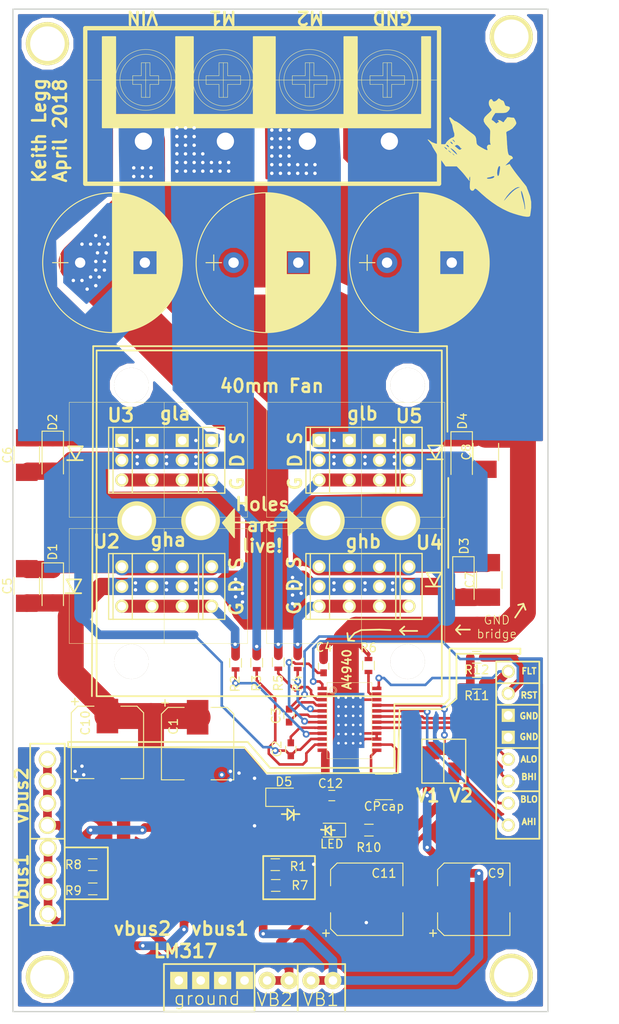
<source format=kicad_pcb>
(kicad_pcb (version 20171130) (host pcbnew 5.0.0-rc2-dev-unknown-648803d~64~ubuntu16.04.1)
  (layers (0 F.Cu signal) (31 B.Cu signal) (34 B.Paste user) (35 F.Paste user) (36 B.SilkS user) (37 F.SilkS user) (38 B.Mask user) (39 F.Mask user) (44 Edge.Cuts user))
  (net 0 "")
  (net 1 GND)
  (net 2 /vmot)
  (net 3 "Net-(C2-Pad1)")
  (net 4 /out_a)
  (net 5 "Net-(C3-Pad1)")
  (net 6 /out_b)
  (net 7 "Net-(C4-Pad2)")
  (net 8 /vbus1)
  (net 9 /vbus2)
  (net 10 "Net-(C12-Pad2)")
  (net 11 "Net-(CP_CAP1-Pad2)")
  (net 12 "Net-(CP_CAP1-Pad1)")
  (net 13 "Net-(D6-Pad1)")
  (net 14 /fault)
  (net 15 /rst)
  (net 16 "Net-(R1-Pad1)")
  (net 17 /gha)
  (net 18 "Net-(R2-Pad2)")
  (net 19 /gla)
  (net 20 "Net-(R3-Pad2)")
  (net 21 "Net-(R4-Pad2)")
  (net 22 /ghb)
  (net 23 "Net-(R5-Pad2)")
  (net 24 /glb)
  (net 25 "Net-(R6-Pad2)")
  (net 26 "Net-(R8-Pad1)")
  (net 27 /vlogic)
  (net 28 /alo)
  (net 29 /bhi)
  (net 30 /blo)
  (net 31 /ahi)
  (module KL_CONNECTORS:KL_port_1X1 (layer F.Cu) (at 45.99 -54.66)
    (fp_text reference "" (at 2.54 1.27) (layer F.SilkS) (effects (font (size 1.5 1.5))))
    (fp_text value "" (at -2.54 1.27) (layer F.SilkS) (effects (font (size 1.5 1.5))))
    (pad "" thru_hole circle (at -1.04 -2.19) (size 4.5 4.5) (drill 3.5) (layers *.Cu *.Mask F.SilkS) (net 6 /out_b))
  )
  (module KL_CONNECTORS:KL_port_1X1 (layer F.Cu) (at 15.84 -54.41)
    (fp_text reference "" (at 2.54 1.27) (layer F.SilkS) (effects (font (size 1.5 1.5))))
    (fp_text value "" (at -2.54 1.27) (layer F.SilkS) (effects (font (size 1.5 1.5))))
    (pad "" thru_hole circle (at -1.49 -2.44) (size 4.5 4.5) (drill 3.5) (layers *.Cu *.Mask F.SilkS) (net 4 /out_a))
  )
  (module Diodes_SMD:D_2010 (layer F.Cu) (at 4.615 -64.515 270)
    (fp_text reference D2 (at -3.735 0.015 270) (layer F.SilkS))
    (fp_text value "")
    (pad 2 smd rect (at 1.935 0 270) (size 1.27 1.47) (layers F.Cu F.Paste F.Mask) (net 4 /out_a))
    (pad 1 smd rect (at -1.935 0 270) (size 1.27 1.47) (layers F.Cu F.Paste F.Mask) (net 1 GND))
  )
  (module Capacitors_SMD:C_1210_HandSoldering (layer F.Cu) (at 1.6 -49.3 90)
    (fp_text reference C5 (at 0 -2.25 90) (layer F.SilkS))
    (fp_text value "")
    (pad 1 smd rect (at -2 0 90) (size 2 2.5) (layers F.Cu F.Paste F.Mask) (net 2 /vmot))
    (pad 2 smd rect (at 2 0 90) (size 2 2.5) (layers F.Cu F.Paste F.Mask) (net 4 /out_a))
  )
  (module Capacitors_SMD:C_1210_HandSoldering (layer F.Cu) (at 1.6 -64.45 90)
    (fp_text reference C6 (at 0 -2.25 90) (layer F.SilkS))
    (fp_text value "")
    (pad 1 smd rect (at -2 0 90) (size 2 2.5) (layers F.Cu F.Paste F.Mask) (net 4 /out_a))
    (pad 2 smd rect (at 2 0 90) (size 2 2.5) (layers F.Cu F.Paste F.Mask) (net 1 GND))
  )
  (module Capacitors_SMD:C_1210_HandSoldering (layer F.Cu) (at 54.8 -64.8 90)
    (fp_text reference C8 (at 0 -2.25 90) (layer F.SilkS))
    (fp_text value "")
    (pad 1 smd rect (at -2 0 90) (size 2 2.5) (layers F.Cu F.Paste F.Mask) (net 6 /out_b))
    (pad 2 smd rect (at 2 0 90) (size 2 2.5) (layers F.Cu F.Paste F.Mask) (net 1 GND))
  )
  (module Capacitors_SMD:C_1210_HandSoldering (layer F.Cu) (at 55.2 -50 90)
    (fp_text reference C7 (at 0 -2.25 90) (layer F.SilkS))
    (fp_text value "")
    (pad 1 smd rect (at -2 0 90) (size 2 2.5) (layers F.Cu F.Paste F.Mask) (net 2 /vmot))
    (pad 2 smd rect (at 2 0 90) (size 2 2.5) (layers F.Cu F.Paste F.Mask) (net 6 /out_b))
  )
  (module Resistors_SMD:R_0603 (layer F.Cu) (at 53.75 -38.05 180)
    (fp_text reference R11 (at 0 -1.45 180) (layer F.SilkS))
    (fp_text value "")
    (pad 1 smd rect (at -0.75 0 180) (size 0.5 0.9) (layers F.Cu F.Paste F.Mask) (net 14 /fault))
    (pad 2 smd rect (at 0.75 0 180) (size 0.5 0.9) (layers F.Cu F.Paste F.Mask) (net 1 GND))
  )
  (module KL_CONNECTORS:KL_port_1X1 (layer F.Cu) (at 67.475 -1.41)
    (fp_text reference "" (at 2.54 1.27) (layer F.SilkS) (effects (font (size 1.5 1.5))))
    (fp_text value "" (at -2.54 1.27) (layer F.SilkS) (effects (font (size 1.5 1.5))))
    (pad "" thru_hole circle (at -9.725 -2.84) (size 5 5) (drill 4) (layers *.Cu *.Mask F.SilkS))
  )
  (module KL_CONNECTORS:KL_port_1X1 (layer F.Cu) (at 13.275 -1.21)
    (fp_text reference "" (at 2.54 1.27) (layer F.SilkS) (effects (font (size 1.5 1.5))))
    (fp_text value "" (at -2.54 1.27) (layer F.SilkS) (effects (font (size 1.5 1.5))))
    (pad "" thru_hole circle (at -9.275 -2.84) (size 5 5) (drill 4) (layers *.Cu *.Mask F.SilkS))
  )
  (module KL_CONNECTORS:KL_port_1X1 (layer F.Cu) (at 37.24 -54.61)
    (fp_text reference "" (at 2.54 1.27) (layer F.SilkS) (effects (font (size 1.5 1.5))))
    (fp_text value "" (at -2.54 1.27) (layer F.SilkS) (effects (font (size 1.5 1.5))))
    (pad "" thru_hole circle (at -1.04 -2.24) (size 4.5 4.5) (drill 3.5) (layers *.Cu *.Mask F.SilkS) (net 6 /out_b))
  )
  (module KL_CONNECTORS:KL_port_1X1 (layer F.Cu) (at 23.24 -54.61)
    (fp_text reference "" (at 2.54 1.27) (layer F.SilkS) (effects (font (size 1.5 1.5))))
    (fp_text value "" (at -2.54 1.27) (layer F.SilkS) (effects (font (size 1.5 1.5))))
    (pad "" thru_hole circle (at -1.49 -2.24) (size 4.5 4.5) (drill 3.5) (layers *.Cu *.Mask F.SilkS) (net 4 /out_a))
  )
  (module KL_CONNECTORS:KL_port_1X1 (layer F.Cu) (at 11.775 -109.21)
    (fp_text reference "" (at 2.54 1.27) (layer F.SilkS) (effects (font (size 1.5 1.5))))
    (fp_text value "" (at -2.54 1.27) (layer F.SilkS) (effects (font (size 1.5 1.5))))
    (pad "" thru_hole circle (at -7.775 -2.84) (size 5 5) (drill 4) (layers *.Cu *.Mask F.SilkS))
  )
  (module KL_CONNECTORS:KL_port_1X1 (layer F.Cu) (at 65.175 -110.26)
    (fp_text reference "" (at 2.54 1.27) (layer F.SilkS) (effects (font (size 1.5 1.5))))
    (fp_text value "" (at -2.54 1.27) (layer F.SilkS) (effects (font (size 1.5 1.5))))
    (pad "" thru_hole circle (at -7.425 -2.59) (size 5 5) (drill 4) (layers *.Cu *.Mask F.SilkS))
  )
  (module KL_CONNECTORS:KL_port_1X1 (layer F.Cu) (at 53.51 -36.545)
    (fp_text reference "" (at 2.54 1.27) (layer F.SilkS) (effects (font (size 1.5 1.5))))
    (fp_text value "" (at -2.54 1.27) (layer F.SilkS) (effects (font (size 1.5 1.5))))
    (pad "" thru_hole circle (at -7.775 -3.995) (size 4 4) (drill 4) (layers *.Cu *.Mask F.SilkS))
  )
  (module KL_CONNECTORS:KL_port_1X1 (layer F.Cu) (at 14.775 -36.545)
    (fp_text reference "" (at 2.54 1.27) (layer F.SilkS) (effects (font (size 1.5 1.5))))
    (fp_text value "" (at -2.54 1.27) (layer F.SilkS) (effects (font (size 1.5 1.5))))
    (pad "" thru_hole circle (at -1.04 -3.995) (size 4 4) (drill 4) (layers *.Cu *.Mask F.SilkS))
  )
  (module KL_CONNECTORS:KL_port_1X1 (layer F.Cu) (at 14.775 -70.2)
    (fp_text reference "" (at 2.54 1.27) (layer F.SilkS) (effects (font (size 1.5 1.5))))
    (fp_text value "" (at -2.54 1.27) (layer F.SilkS) (effects (font (size 1.5 1.5))))
    (pad "" thru_hole circle (at -1.04 -2.34) (size 4 4) (drill 4) (layers *.Cu *.Mask F.SilkS))
  )
  (module Capacitors_THT:CP_Radial_D16.0mm_P7.50mm (layer F.Cu) (at 7.79 -86.71)
    (fp_text reference "" (at 3.75 -9.31) (layer F.SilkS))
    (fp_text value "")
    (pad 2 thru_hole rect (at 7.5 0) (size 2.4 2.4) (drill 1.2) (layers *.Cu *.Mask) (net 1 GND))
    (pad 1 thru_hole circle (at 0 0) (size 2.4 2.4) (drill 1.2) (layers *.Cu *.Mask) (net 2 /vmot))
  )
  (module Capacitors_SMD:CP_Elec_8x5.4 (layer F.Cu) (at 21.4 -31.06 270)
    (fp_text reference C1 (at -1.99 2.8 90) (layer F.SilkS))
    (fp_text value "")
    (fp_text user + (at -4.72 3.85 270) (layer F.SilkS))
    (pad 2 smd rect (at 3.05 0 90) (size 4 2.5) (layers F.Cu F.Paste F.Mask) (net 1 GND))
    (pad 1 smd rect (at -3.05 0 90) (size 4 2.5) (layers F.Cu F.Paste F.Mask) (net 2 /vmot))
  )
  (module Capacitors_SMD:C_0603 (layer F.Cu) (at 32.2 -30.4 270)
    (fp_text reference C2 (at -0.05 1.6 270) (layer F.SilkS))
    (fp_text value "")
    (pad 1 smd rect (at -0.75 0 270) (size 0.8 0.75) (layers F.Cu F.Paste F.Mask) (net 3 "Net-(C2-Pad1)"))
    (pad 2 smd rect (at 0.75 0 270) (size 0.8 0.75) (layers F.Cu F.Paste F.Mask) (net 4 /out_a))
  )
  (module Capacitors_SMD:C_0603 (layer F.Cu) (at 32 -34.3 90)
    (fp_text reference C3 (at 0 -1.5 90) (layer F.SilkS))
    (fp_text value "")
    (pad 2 smd rect (at 0.75 0 90) (size 0.8 0.75) (layers F.Cu F.Paste F.Mask) (net 6 /out_b))
    (pad 1 smd rect (at -0.75 0 90) (size 0.8 0.75) (layers F.Cu F.Paste F.Mask) (net 5 "Net-(C3-Pad1)"))
  )
  (module Capacitors_SMD:C_0603 (layer F.Cu) (at 36 -40 270)
    (fp_text reference C4 (at -2.2 -0.05) (layer F.SilkS))
    (fp_text value "")
    (pad 1 smd rect (at -0.75 0 270) (size 0.8 0.75) (layers F.Cu F.Paste F.Mask) (net 1 GND))
    (pad 2 smd rect (at 0.75 0 270) (size 0.8 0.75) (layers F.Cu F.Paste F.Mask) (net 7 "Net-(C4-Pad2)"))
  )
  (module Capacitors_SMD:CP_Elec_8x5.4 (layer F.Cu) (at 53.4 -13.05)
    (fp_text reference C9 (at 2.6 -3) (layer F.SilkS))
    (fp_text value pc)
    (fp_text user + (at -4.72 3.85) (layer F.SilkS))
    (pad 2 smd rect (at 3.05 0 180) (size 4 2.5) (layers F.Cu F.Paste F.Mask) (net 1 GND))
    (pad 1 smd rect (at -3.05 0 180) (size 4 2.5) (layers F.Cu F.Paste F.Mask) (net 8 /vbus1))
  )
  (module Capacitors_SMD:CP_Elec_8x5.4 (layer F.Cu) (at 10.95 -31.2 270)
    (fp_text reference C10 (at -2.25 2.55 270) (layer F.SilkS))
    (fp_text value "")
    (fp_text user + (at -4.72 3.85 270) (layer F.SilkS))
    (pad 1 smd rect (at -3.05 0 90) (size 4 2.5) (layers F.Cu F.Paste F.Mask) (net 2 /vmot))
    (pad 2 smd rect (at 3.05 0 90) (size 4 2.5) (layers F.Cu F.Paste F.Mask) (net 1 GND))
  )
  (module Capacitors_SMD:CP_Elec_8x5.4 (layer F.Cu) (at 41 -13.05)
    (fp_text reference C11 (at 2 -3) (layer F.SilkS))
    (fp_text value pc)
    (fp_text user + (at -4.72 3.85) (layer F.SilkS))
    (pad 1 smd rect (at -3.05 0 180) (size 4 2.5) (layers F.Cu F.Paste F.Mask) (net 9 /vbus2))
    (pad 2 smd rect (at 3.05 0 180) (size 4 2.5) (layers F.Cu F.Paste F.Mask) (net 1 GND))
  )
  (module Capacitors_SMD:C_0603 (layer F.Cu) (at 36.95 -25.05 180)
    (fp_text reference C12 (at 0.15 1.4 180) (layer F.SilkS))
    (fp_text value "")
    (pad 2 smd rect (at 0.75 0 180) (size 0.8 0.75) (layers F.Cu F.Paste F.Mask) (net 10 "Net-(C12-Pad2)"))
    (pad 1 smd rect (at -0.75 0 180) (size 0.8 0.75) (layers F.Cu F.Paste F.Mask) (net 1 GND))
  )
  (module Capacitors_SMD:C_1210 (layer F.Cu) (at 43 -26.05 180)
    (fp_text reference CPcap (at 0 -2.25 180) (layer F.SilkS))
    (fp_text value "")
    (pad 2 smd rect (at 1.5 0 180) (size 1 2.5) (layers F.Cu F.Paste F.Mask) (net 11 "Net-(CP_CAP1-Pad2)"))
    (pad 1 smd rect (at -1.5 0 180) (size 1 2.5) (layers F.Cu F.Paste F.Mask) (net 12 "Net-(CP_CAP1-Pad1)"))
  )
  (module Diodes_SMD:D_2010 (layer F.Cu) (at 4.615 -49.275 270)
    (fp_text reference D1 (at -3.975 0.015 270) (layer F.SilkS))
    (fp_text value "")
    (pad 2 smd rect (at 1.935 0 270) (size 1.27 1.47) (layers F.Cu F.Paste F.Mask) (net 2 /vmot))
    (pad 1 smd rect (at -1.935 0 270) (size 1.27 1.47) (layers F.Cu F.Paste F.Mask) (net 4 /out_a))
  )
  (module Diodes_SMD:D_2010 (layer F.Cu) (at 52.2 -49.985 270)
    (fp_text reference D3 (at -3.94 -0.09 270) (layer F.SilkS))
    (fp_text value "")
    (pad 1 smd rect (at -1.935 0 270) (size 1.27 1.47) (layers F.Cu F.Paste F.Mask) (net 6 /out_b))
    (pad 2 smd rect (at 1.935 0 270) (size 1.27 1.47) (layers F.Cu F.Paste F.Mask) (net 2 /vmot))
  )
  (module Diodes_SMD:D_2010 (layer F.Cu) (at 52 -64.45 270)
    (fp_text reference D4 (at -3.935 -0.09 270) (layer F.SilkS))
    (fp_text value "")
    (pad 2 smd rect (at 1.935 0 270) (size 1.27 1.47) (layers F.Cu F.Paste F.Mask) (net 6 /out_b))
    (pad 1 smd rect (at -1.935 0 270) (size 1.27 1.47) (layers F.Cu F.Paste F.Mask) (net 1 GND))
  )
  (module Diodes_SMD:D_1206 (layer F.Cu) (at 31.5 -24.85)
    (fp_text reference D5 (at -0.1 -1.8) (layer F.SilkS))
    (fp_text value "")
    (pad 2 smd rect (at 1.5 0) (size 1 1.6) (layers F.Cu F.Paste F.Mask) (net 10 "Net-(C12-Pad2)"))
    (pad 1 smd rect (at -1.5 0) (size 1 1.6) (layers F.Cu F.Paste F.Mask) (net 2 /vmot))
  )
  (module Diodes_SMD:D_0805 (layer F.Cu) (at 36.95 -21.05 180)
    (fp_text reference LED (at 0 -1.6 180) (layer F.SilkS))
    (fp_text value "")
    (pad 2 smd rect (at 1.05 0 180) (size 0.8 0.9) (layers F.Cu F.Paste F.Mask) (net 1 GND))
    (pad 1 smd rect (at -1.05 0 180) (size 0.8 0.9) (layers F.Cu F.Paste F.Mask) (net 13 "Net-(D6-Pad1)"))
  )
  (module KL_CONNECTORS:KL_port_8X1 (layer F.Cu) (at 58.67 -30.52 270)
    (fp_text reference "" (at 7.27 -1.33 270) (layer F.SilkS) (effects (font (size 1.5 1.5))))
    (fp_text value "" (at -0.53 -1.33 270) (layer F.SilkS) (effects (font (size 1.5 1.5))))
    (pad 1 thru_hole circle (at -8.89 1.27 270) (size 1.524 1.524) (drill 1.016) (layers *.Cu *.Mask F.SilkS) (net 14 /fault))
    (pad 2 thru_hole circle (at -6.35 1.27 270) (size 1.524 1.524) (drill 1.016) (layers *.Cu *.Mask F.SilkS) (net 15 /rst))
    (pad 3 thru_hole rect (at -3.81 1.27 270) (size 1.524 1.524) (drill 1.016) (layers *.Cu *.Mask F.SilkS) (net 1 GND))
    (pad 4 thru_hole rect (at -1.27 1.27 270) (size 1.524 1.524) (drill 1.016) (layers *.Cu *.Mask F.SilkS) (net 1 GND))
    (pad 5 thru_hole circle (at 1.27 1.27 270) (size 1.524 1.524) (drill 1.016) (layers *.Cu *.Mask F.SilkS) (net 28 /alo))
    (pad 6 thru_hole circle (at 3.81 1.27 270) (size 1.524 1.524) (drill 1.016) (layers *.Cu *.Mask F.SilkS) (net 29 /bhi))
    (pad 7 thru_hole circle (at 6.35 1.27 270) (size 1.524 1.524) (drill 1.016) (layers *.Cu *.Mask F.SilkS) (net 30 /blo))
    (pad 8 thru_hole circle (at 8.89 1.27 270) (size 1.524 1.524) (drill 1.016) (layers *.Cu *.Mask F.SilkS) (net 31 /ahi))
  )
  (module KL_CONNECTORS:KL_screw_terminal_1X4 (layer F.Cu) (at 29.38 -110.84 180)
    (fp_text reference "" (at 0 6 180) (layer F.SilkS))
    (fp_text value "")
    (pad 1 thru_hole rect (at -14.24 -10.08 180) (size 4 4) (drill 2) (layers *.Cu *.Mask) (net 1 GND))
    (pad 2 thru_hole circle (at -4.74 -10.08 180) (size 4 4) (drill 2) (layers *.Cu *.Mask) (net 6 /out_b))
    (pad 3 thru_hole circle (at 4.76 -10.08 180) (size 4 4) (drill 2) (layers *.Cu *.Mask) (net 4 /out_a))
    (pad 4 thru_hole circle (at 14.26 -10.08 180) (size 4 4) (drill 2) (layers *.Cu *.Mask) (net 2 /vmot))
  )
  (module KL_CONNECTORS:KL_port_4X1 (layer F.Cu) (at 33.27 -2.382)
    (fp_text reference "" (at -0.07 3.33) (layer F.SilkS) (effects (font (size 1.5 1.5))))
    (fp_text value "VB2 VB1" (at -0.27 0.93) (layer F.SilkS) (effects (font (size 1.5 1.5))))
    (pad 1 thru_hole circle (at -3.81 -1.27) (size 2 2) (drill 1) (layers *.Cu *.Mask F.SilkS) (net 9 /vbus2))
    (pad 2 thru_hole circle (at -1.27 -1.27) (size 2 2) (drill 1) (layers *.Cu *.Mask F.SilkS) (net 9 /vbus2))
    (pad 3 thru_hole circle (at 1.27 -1.27) (size 2 2) (drill 1) (layers *.Cu *.Mask F.SilkS) (net 8 /vbus1))
    (pad 4 thru_hole circle (at 3.81 -1.27) (size 2 2) (drill 1) (layers *.Cu *.Mask F.SilkS) (net 8 /vbus1))
  )
  (module KL_CONNECTORS:KL_port_4X1 (layer F.Cu) (at 23.03 -2.382)
    (fp_text reference "" (at -0.18 3.53) (layer F.SilkS) (effects (font (size 1.5 1.5))))
    (fp_text value ground (at -0.53 0.805) (layer F.SilkS) (effects (font (size 1.5 1.5))))
    (pad 4 thru_hole rect (at 3.81 -1.27) (size 2 2) (drill 1) (layers *.Cu *.Mask F.SilkS) (net 1 GND))
    (pad 3 thru_hole rect (at 1.27 -1.27) (size 2 2) (drill 1) (layers *.Cu *.Mask F.SilkS) (net 1 GND))
    (pad 2 thru_hole rect (at -1.27 -1.27) (size 2 2) (drill 1) (layers *.Cu *.Mask F.SilkS) (net 1 GND))
    (pad 1 thru_hole rect (at -3.81 -1.27) (size 2 2) (drill 1) (layers *.Cu *.Mask F.SilkS) (net 1 GND))
  )
  (module KL_CONNECTORS:KL_port_4X1 (layer F.Cu) (at 5.27 -25.42 90)
    (fp_text reference "" (at 0 2.54 90) (layer F.SilkS) (effects (font (size 1.5 1.5))))
    (fp_text value "" (at 0 -5.08 90) (layer F.SilkS) (effects (font (size 1.5 1.5))))
    (pad 4 thru_hole circle (at 3.81 -1.27 90) (size 2 2) (drill 1.5) (layers *.Cu *.Mask F.SilkS) (net 9 /vbus2))
    (pad 3 thru_hole circle (at 1.27 -1.27 90) (size 2 2) (drill 1.5) (layers *.Cu *.Mask F.SilkS) (net 9 /vbus2))
    (pad 2 thru_hole circle (at -1.27 -1.27 90) (size 2 2) (drill 1.5) (layers *.Cu *.Mask F.SilkS) (net 9 /vbus2))
    (pad 1 thru_hole circle (at -3.81 -1.27 90) (size 2 2) (drill 1.5) (layers *.Cu *.Mask F.SilkS) (net 9 /vbus2))
  )
  (module KL_CONNECTORS:KL_port_4X1 (layer F.Cu) (at 5.34 -15.18 90)
    (fp_text reference "" (at -0.255 -4.32 90) (layer F.SilkS) (effects (font (size 1.5 1.5))))
    (fp_text value "" (at 0 -5.08 90) (layer F.SilkS) (effects (font (size 1.5 1.5))))
    (pad 1 thru_hole circle (at -3.81 -1.27 90) (size 2 2) (drill 1.5) (layers *.Cu *.Mask F.SilkS) (net 8 /vbus1))
    (pad 2 thru_hole circle (at -1.27 -1.27 90) (size 2 2) (drill 1.5) (layers *.Cu *.Mask F.SilkS) (net 8 /vbus1))
    (pad 3 thru_hole circle (at 1.27 -1.27 90) (size 2 2) (drill 1.5) (layers *.Cu *.Mask F.SilkS) (net 8 /vbus1))
    (pad 4 thru_hole circle (at 3.81 -1.27 90) (size 2 2) (drill 1.5) (layers *.Cu *.Mask F.SilkS) (net 8 /vbus1))
  )
  (module Capacitors_THT:CP_Radial_D16.0mm_P7.50mm (layer F.Cu) (at 43.35 -86.71)
    (fp_text reference "" (at 3.75 -9.31) (layer F.SilkS))
    (fp_text value pc)
    (pad 2 thru_hole rect (at 7.5 0) (size 2.4 2.4) (drill 1.2) (layers *.Cu *.Mask) (net 1 GND))
    (pad 1 thru_hole circle (at 0 0) (size 2.4 2.4) (drill 1.2) (layers *.Cu *.Mask) (net 2 /vmot))
  )
  (module Capacitors_THT:CP_Radial_D16.0mm_P7.50mm (layer F.Cu) (at 25.57 -86.71)
    (fp_text reference "" (at 3.75 -9.31) (layer F.SilkS))
    (fp_text value "")
    (pad 1 thru_hole circle (at 0 0) (size 2.4 2.4) (drill 1.2) (layers *.Cu *.Mask) (net 2 /vmot))
    (pad 2 thru_hole rect (at 7.5 0) (size 2.4 2.4) (drill 1.2) (layers *.Cu *.Mask) (net 1 GND))
  )
  (module Resistors_SMD:R_0603 (layer F.Cu) (at 30.4 -17.05)
    (fp_text reference R1 (at 2.65 0.2) (layer F.SilkS))
    (fp_text value "")
    (pad 2 smd rect (at 0.75 0) (size 0.5 0.9) (layers F.Cu F.Paste F.Mask) (net 1 GND))
    (pad 1 smd rect (at -0.75 0) (size 0.5 0.9) (layers F.Cu F.Paste F.Mask) (net 16 "Net-(R1-Pad1)"))
  )
  (module Resistors_SMD:R_0603 (layer F.Cu) (at 25.8 -40.4 90)
    (fp_text reference R2 (at -2.425 -0.05 90) (layer F.SilkS))
    (fp_text value R)
    (pad 2 smd rect (at 0.75 0 90) (size 0.5 0.9) (layers F.Cu F.Paste F.Mask) (net 18 "Net-(R2-Pad2)"))
    (pad 1 smd rect (at -0.75 0 90) (size 0.5 0.9) (layers F.Cu F.Paste F.Mask) (net 17 /gha))
  )
  (module Resistors_SMD:R_0603 (layer F.Cu) (at 28.25 -40.425 90)
    (fp_text reference R3 (at -2.375 -0.025 90) (layer F.SilkS))
    (fp_text value R)
    (pad 1 smd rect (at -0.75 0 90) (size 0.5 0.9) (layers F.Cu F.Paste F.Mask) (net 19 /gla))
    (pad 2 smd rect (at 0.75 0 90) (size 0.5 0.9) (layers F.Cu F.Paste F.Mask) (net 20 "Net-(R3-Pad2)"))
  )
  (module Resistors_SMD:R_0603 (layer F.Cu) (at 33 -40.45 90)
    (fp_text reference R4 (at -2.425 -0.05 90) (layer F.SilkS))
    (fp_text value R)
    (pad 2 smd rect (at 0.75 0 90) (size 0.5 0.9) (layers F.Cu F.Paste F.Mask) (net 21 "Net-(R4-Pad2)"))
    (pad 1 smd rect (at -0.75 0 90) (size 0.5 0.9) (layers F.Cu F.Paste F.Mask) (net 22 /ghb))
  )
  (module Resistors_SMD:R_0603 (layer F.Cu) (at 30.75 -40.475 90)
    (fp_text reference R5 (at -2.4 0 90) (layer F.SilkS))
    (fp_text value R)
    (pad 2 smd rect (at 0.75 0 90) (size 0.5 0.9) (layers F.Cu F.Paste F.Mask) (net 23 "Net-(R5-Pad2)"))
    (pad 1 smd rect (at -0.75 0 90) (size 0.5 0.9) (layers F.Cu F.Paste F.Mask) (net 24 /glb))
  )
  (module Resistors_SMD:R_0603 (layer F.Cu) (at 41.2 -40.1 270)
    (fp_text reference R6 (at -2.05 0) (layer F.SilkS))
    (fp_text value "")
    (pad 2 smd rect (at 0.75 0 270) (size 0.5 0.9) (layers F.Cu F.Paste F.Mask) (net 25 "Net-(R6-Pad2)"))
    (pad 1 smd rect (at -0.75 0 270) (size 0.5 0.9) (layers F.Cu F.Paste F.Mask) (net 1 GND))
  )
  (module Resistors_SMD:R_0603 (layer F.Cu) (at 30.45 -14.65 180)
    (fp_text reference R7 (at -2.8 0 180) (layer F.SilkS))
    (fp_text value "")
    (pad 1 smd rect (at -0.75 0 180) (size 0.5 0.9) (layers F.Cu F.Paste F.Mask) (net 8 /vbus1))
    (pad 2 smd rect (at 0.75 0 180) (size 0.5 0.9) (layers F.Cu F.Paste F.Mask) (net 16 "Net-(R1-Pad1)"))
  )
  (module Resistors_SMD:R_0603 (layer F.Cu) (at 9.25 -17.05)
    (fp_text reference R8 (at -2.25 0) (layer F.SilkS))
    (fp_text value "")
    (pad 1 smd rect (at -0.75 0) (size 0.5 0.9) (layers F.Cu F.Paste F.Mask) (net 26 "Net-(R8-Pad1)"))
    (pad 2 smd rect (at 0.75 0) (size 0.5 0.9) (layers F.Cu F.Paste F.Mask) (net 1 GND))
  )
  (module Resistors_SMD:R_0603 (layer F.Cu) (at 9.25 -14.25 180)
    (fp_text reference R9 (at 2.25 -0.2 180) (layer F.SilkS))
    (fp_text value "")
    (pad 1 smd rect (at -0.75 0 180) (size 0.5 0.9) (layers F.Cu F.Paste F.Mask) (net 9 /vbus2))
    (pad 2 smd rect (at 0.75 0 180) (size 0.5 0.9) (layers F.Cu F.Paste F.Mask) (net 26 "Net-(R8-Pad1)"))
  )
  (module Resistors_SMD:R_0603 (layer F.Cu) (at 41.25 -21.05)
    (fp_text reference R10 (at 0 2) (layer F.SilkS))
    (fp_text value "")
    (pad 1 smd rect (at -0.75 0) (size 0.5 0.9) (layers F.Cu F.Paste F.Mask) (net 13 "Net-(D6-Pad1)"))
    (pad 2 smd rect (at 0.75 0) (size 0.5 0.9) (layers F.Cu F.Paste F.Mask) (net 27 /vlogic))
  )
  (module Resistors_SMD:R_0603 (layer F.Cu) (at 53.75 -41.05 180)
    (fp_text reference R12 (at 0 -1.45 180) (layer F.SilkS))
    (fp_text value "")
    (pad 2 smd rect (at 0.75 0 180) (size 0.5 0.9) (layers F.Cu F.Paste F.Mask) (net 1 GND))
    (pad 1 smd rect (at -0.75 0 180) (size 0.5 0.9) (layers F.Cu F.Paste F.Mask) (net 15 /rst))
  )
  (module KL_TRANSISTOR_DIODES:DPak_TO252AA (layer F.Cu) (at 24 -16.985 180)
    (fp_text reference vbus1 (at 0 -7.335 180) (layer F.SilkS) (effects (font (size 1.524 1.524) (thickness 0.3048))))
    (fp_text value "" (at 0.15 -7.275 180) (layer F.SilkS) (effects (font (size 1.524 1.524) (thickness 0.3048))))
    (pad 3 smd rect (at 2.18 4.3 180) (size 1.55 2.78) (layers F.Cu F.Paste F.Mask) (net 2 /vmot))
    (pad 2 smd rect (at 0 -2.335 180) (size 6.74 6.73) (layers F.Cu F.Paste F.Mask) (net 8 /vbus1))
    (pad 1 smd rect (at -2.18 4.3 180) (size 1.55 2.78) (layers F.Cu F.Paste F.Mask) (net 16 "Net-(R1-Pad1)"))
  )
  (module KL_TRANSISTOR_DIODES:DPak_TO252AA (layer F.Cu) (at 15 -17.05 180)
    (fp_text reference vbus2 (at 0 -7.4 180) (layer F.SilkS) (effects (font (size 1.524 1.524) (thickness 0.3048))))
    (fp_text value LM317 (at -5 -10) (layer F.SilkS) (effects (font (size 1.524 1.524) (thickness 0.3048))))
    (pad 1 smd rect (at -2.18 4.3 180) (size 1.55 2.78) (layers F.Cu F.Paste F.Mask) (net 26 "Net-(R8-Pad1)"))
    (pad 2 smd rect (at 0 -2.335 180) (size 6.74 6.73) (layers F.Cu F.Paste F.Mask) (net 9 /vbus2))
    (pad 3 smd rect (at 2.18 4.3 180) (size 1.55 2.78) (layers F.Cu F.Paste F.Mask) (net 2 /vmot))
  )
  (module KL_ICS:KL_A4940 (layer F.Cu) (at 39 -33.21875)
    (fp_text reference "" (at 0 -5.9) (layer F.SilkS))
    (fp_text value "")
    (pad 25 thru_hole rect (at -1.275 -3.16875) (size 0.89 1.1) (drill 0.3) (layers *.Cu *.Mask) (net 1 GND))
    (pad 25 thru_hole rect (at -0.425 -3.16875) (size 0.89 1.1) (drill 0.3) (layers *.Cu *.Mask) (net 1 GND))
    (pad 25 thru_hole rect (at 1.275 -3.16875) (size 0.89 1.1) (drill 0.3) (layers *.Cu *.Mask) (net 1 GND))
    (pad 25 thru_hole rect (at 0.425 -3.16875) (size 0.89 1.1) (drill 0.3) (layers *.Cu *.Mask) (net 1 GND))
    (pad 25 thru_hole rect (at 0.425 -2.1125) (size 0.89 1.1) (drill 0.3) (layers *.Cu *.Mask) (net 1 GND))
    (pad 25 thru_hole rect (at 1.275 -2.1125) (size 0.89 1.1) (drill 0.3) (layers *.Cu *.Mask) (net 1 GND))
    (pad 25 thru_hole rect (at -0.425 -2.1125) (size 0.89 1.1) (drill 0.3) (layers *.Cu *.Mask) (net 1 GND))
    (pad 25 thru_hole rect (at -1.275 -2.1125) (size 0.89 1.1) (drill 0.3) (layers *.Cu *.Mask) (net 1 GND))
    (pad 25 thru_hole rect (at -1.275 -1.05625) (size 0.89 1.1) (drill 0.3) (layers *.Cu *.Mask) (net 1 GND))
    (pad 25 thru_hole rect (at -0.425 -1.05625) (size 0.89 1.1) (drill 0.3) (layers *.Cu *.Mask) (net 1 GND))
    (pad 25 thru_hole rect (at 1.275 -1.05625) (size 0.89 1.1) (drill 0.3) (layers *.Cu *.Mask) (net 1 GND))
    (pad 25 thru_hole rect (at 0.425 -1.05625) (size 0.89 1.1) (drill 0.3) (layers *.Cu *.Mask) (net 1 GND))
    (pad 25 thru_hole rect (at 0.425 0) (size 0.89 1.1) (drill 0.3) (layers *.Cu *.Mask) (net 1 GND))
    (pad 25 thru_hole rect (at 1.275 0) (size 0.89 1.1) (drill 0.3) (layers *.Cu *.Mask) (net 1 GND))
    (pad 25 thru_hole rect (at -0.425 0) (size 0.89 1.1) (drill 0.3) (layers *.Cu *.Mask) (net 1 GND))
    (pad 25 thru_hole rect (at -1.275 0) (size 0.89 1.1) (drill 0.3) (layers *.Cu *.Mask) (net 1 GND))
    (pad 25 thru_hole rect (at -1.275 1.05625) (size 0.89 1.1) (drill 0.3) (layers *.Cu *.Mask) (net 1 GND))
    (pad 25 thru_hole rect (at -0.425 1.05625) (size 0.89 1.1) (drill 0.3) (layers *.Cu *.Mask) (net 1 GND))
    (pad 25 thru_hole rect (at 1.275 1.05625) (size 0.89 1.1) (drill 0.3) (layers *.Cu *.Mask) (net 1 GND))
    (pad 25 thru_hole rect (at 0.425 1.05625) (size 0.89 1.1) (drill 0.3) (layers *.Cu *.Mask) (net 1 GND))
    (pad 25 thru_hole rect (at 0.425 2.1125) (size 0.89 1.1) (drill 0.3) (layers *.Cu *.Mask) (net 1 GND))
    (pad 25 thru_hole rect (at 1.275 2.1125) (size 0.89 1.1) (drill 0.3) (layers *.Cu *.Mask) (net 1 GND))
    (pad 25 thru_hole rect (at -0.425 2.1125) (size 0.89 1.1) (drill 0.3) (layers *.Cu *.Mask) (net 1 GND))
    (pad 25 thru_hole rect (at -1.275 2.1125) (size 0.89 1.1) (drill 0.3) (layers *.Cu *.Mask) (net 1 GND))
    (pad 24 smd rect (at 3.15 -4.225) (size 1.1 0.4) (layers F.Cu F.Paste F.Mask) (net 14 /fault))
    (pad 23 smd rect (at 3.15 -3.575) (size 1.1 0.4) (layers F.Cu F.Paste F.Mask) (net 25 "Net-(R6-Pad2)"))
    (pad 22 smd rect (at 3.15 -2.925) (size 1.1 0.4) (layers F.Cu F.Paste F.Mask) (net 1 GND))
    (pad 21 smd rect (at 3.15 -2.275) (size 1.1 0.4) (layers F.Cu F.Paste F.Mask) (net 27 /vlogic))
    (pad 20 smd rect (at 3.15 -1.625) (size 1.1 0.4) (layers F.Cu F.Paste F.Mask) (net 31 /ahi))
    (pad 19 smd rect (at 3.15 -0.975) (size 1.1 0.4) (layers F.Cu F.Paste F.Mask) (net 28 /alo))
    (pad 18 smd rect (at 3.15 -0.325) (size 1.1 0.4) (layers F.Cu F.Paste F.Mask) (net 29 /bhi))
    (pad 17 smd rect (at 3.15 0.325) (size 1.1 0.4) (layers F.Cu F.Paste F.Mask) (net 30 /blo))
    (pad 16 smd rect (at 3.15 0.975) (size 1.1 0.4) (layers F.Cu F.Paste F.Mask) (net 1 GND))
    (pad 15 smd rect (at 3.15 1.625) (size 1.1 0.4) (layers F.Cu F.Paste F.Mask) (net 1 GND))
    (pad 14 smd rect (at 3.15 2.275) (size 1.1 0.4) (layers F.Cu F.Paste F.Mask) (net 12 "Net-(CP_CAP1-Pad1)"))
    (pad 13 smd rect (at 3.15 2.925) (size 1.1 0.4) (layers F.Cu F.Paste F.Mask) (net 11 "Net-(CP_CAP1-Pad2)"))
    (pad 12 smd rect (at -3.15 2.925) (size 1.1 0.4) (layers F.Cu F.Paste F.Mask) (net 10 "Net-(C12-Pad2)"))
    (pad 11 smd rect (at -3.15 2.275) (size 1.1 0.4) (layers F.Cu F.Paste F.Mask) (net 19 /gla))
    (pad 10 smd rect (at -3.15 1.625) (size 1.1 0.4) (layers F.Cu F.Paste F.Mask) (net 4 /out_a))
    (pad 9 smd rect (at -3.15 0.975) (size 1.1 0.4) (layers F.Cu F.Paste F.Mask) (net 17 /gha))
    (pad 8 smd rect (at -3.15 0.325) (size 1.1 0.4) (layers F.Cu F.Paste F.Mask) (net 3 "Net-(C2-Pad1)"))
    (pad 7 smd rect (at -3.15 -0.325) (size 1.1 0.4) (layers F.Cu F.Paste F.Mask) (net 7 "Net-(C4-Pad2)"))
    (pad 6 smd rect (at -3.15 -0.975) (size 1.1 0.4) (layers F.Cu F.Paste F.Mask) (net 5 "Net-(C3-Pad1)"))
    (pad 5 smd rect (at -3.15 -1.625) (size 1.1 0.4) (layers F.Cu F.Paste F.Mask) (net 22 /ghb))
    (pad 4 smd rect (at -3.15 -2.275) (size 1.1 0.4) (layers F.Cu F.Paste F.Mask) (net 6 /out_b))
    (pad 3 smd rect (at -3.15 -2.925) (size 1.1 0.4) (layers F.Cu F.Paste F.Mask) (net 24 /glb))
    (pad 2 smd rect (at -3.15 -3.575) (size 1.1 0.4) (layers F.Cu F.Paste F.Mask) (net 1 GND))
    (pad 1 smd rect (at -3.15 -4.225) (size 1.1 0.4) (layers F.Cu F.Paste F.Mask) (net 15 /rst))
  )
  (module KL_TRANSISTOR_DIODES:KL_dual_mosfet_thruhole (layer F.Cu) (at 23.03 -49.245 90)
    (fp_text reference U2 (at 5.205 -12.18 180) (layer F.SilkS) (effects (font (size 1.524 1.524) (thickness 0.3048))))
    (fp_text value "" (at -0.3 7.65 90) (layer F.SilkS) (effects (font (size 1.524 1.524) (thickness 0.3048))))
    (pad 1 thru_hole circle (at -2.286 0 90) (size 1.524 1.524) (drill 1) (layers *.Cu *.Mask F.SilkS) (net 18 "Net-(R2-Pad2)"))
    (pad 2 thru_hole circle (at 0 0 90) (size 1.524 1.524) (drill 1) (layers *.Cu *.Mask F.SilkS) (net 2 /vmot))
    (pad 3 thru_hole circle (at 2.286 0 90) (size 1.524 1.524) (drill 1) (layers *.Cu *.Mask F.SilkS) (net 4 /out_a))
    (pad 1 thru_hole circle (at -2.286 -10.414 90) (size 1.524 1.524) (drill 1) (layers *.Cu *.Mask F.SilkS) (net 18 "Net-(R2-Pad2)"))
    (pad 2 thru_hole circle (at 0 -10.414 90) (size 1.524 1.524) (drill 1) (layers *.Cu *.Mask F.SilkS) (net 2 /vmot))
    (pad 3 thru_hole circle (at 2.286 -10.414 90) (size 1.524 1.524) (drill 1) (layers *.Cu *.Mask F.SilkS) (net 4 /out_a))
    (pad 1 thru_hole circle (at -2.286 -6.914 90) (size 1.524 1.524) (drill 1) (layers *.Cu *.Mask F.SilkS) (net 18 "Net-(R2-Pad2)"))
    (pad 2 thru_hole circle (at 0 -6.914 90) (size 1.524 1.524) (drill 1) (layers *.Cu *.Mask F.SilkS) (net 2 /vmot))
    (pad 3 thru_hole circle (at 2.286 -6.914 90) (size 1.524 1.524) (drill 1) (layers *.Cu *.Mask F.SilkS) (net 4 /out_a))
    (pad 1 thru_hole circle (at -2.286 -3.414 90) (size 1.524 1.524) (drill 1) (layers *.Cu *.Mask F.SilkS) (net 18 "Net-(R2-Pad2)"))
    (pad 2 thru_hole circle (at 0 -3.414 90) (size 1.524 1.524) (drill 1) (layers *.Cu *.Mask F.SilkS) (net 2 /vmot))
    (pad 3 thru_hole circle (at 2.286 -3.414 90) (size 1.524 1.524) (drill 1) (layers *.Cu *.Mask F.SilkS) (net 4 /out_a))
  )
  (module KL_TRANSISTOR_DIODES:KL_dual_mosfet_thruhole (layer F.Cu) (at 23.03 -63.85 90)
    (fp_text reference U3 (at 5.2 -10.53 180) (layer F.SilkS) (effects (font (size 1.524 1.524) (thickness 0.3048))))
    (fp_text value "" (at -0.3 7.65 90) (layer F.SilkS) (effects (font (size 1.524 1.524) (thickness 0.3048))))
    (pad 3 thru_hole rect (at 2.286 -3.414 90) (size 1.524 1.524) (drill 1) (layers *.Cu *.Mask F.SilkS) (net 1 GND))
    (pad 2 thru_hole circle (at 0 -3.414 90) (size 1.524 1.524) (drill 1) (layers *.Cu *.Mask F.SilkS) (net 4 /out_a))
    (pad 1 thru_hole circle (at -2.286 -3.414 90) (size 1.524 1.524) (drill 1) (layers *.Cu *.Mask F.SilkS) (net 20 "Net-(R3-Pad2)"))
    (pad 3 thru_hole rect (at 2.286 -6.914 90) (size 1.524 1.524) (drill 1) (layers *.Cu *.Mask F.SilkS) (net 1 GND))
    (pad 2 thru_hole circle (at 0 -6.914 90) (size 1.524 1.524) (drill 1) (layers *.Cu *.Mask F.SilkS) (net 4 /out_a))
    (pad 1 thru_hole circle (at -2.286 -6.914 90) (size 1.524 1.524) (drill 1) (layers *.Cu *.Mask F.SilkS) (net 20 "Net-(R3-Pad2)"))
    (pad 3 thru_hole rect (at 2.286 -10.414 90) (size 1.524 1.524) (drill 1) (layers *.Cu *.Mask F.SilkS) (net 1 GND))
    (pad 2 thru_hole circle (at 0 -10.414 90) (size 1.524 1.524) (drill 1) (layers *.Cu *.Mask F.SilkS) (net 4 /out_a))
    (pad 1 thru_hole circle (at -2.286 -10.414 90) (size 1.524 1.524) (drill 1) (layers *.Cu *.Mask F.SilkS) (net 20 "Net-(R3-Pad2)"))
    (pad 3 thru_hole rect (at 2.286 0 90) (size 1.524 1.524) (drill 1) (layers *.Cu *.Mask F.SilkS) (net 1 GND))
    (pad 2 thru_hole circle (at 0 0 90) (size 1.524 1.524) (drill 1) (layers *.Cu *.Mask F.SilkS) (net 4 /out_a))
    (pad 1 thru_hole circle (at -2.286 0 90) (size 1.524 1.524) (drill 1) (layers *.Cu *.Mask F.SilkS) (net 20 "Net-(R3-Pad2)"))
  )
  (module KL_TRANSISTOR_DIODES:KL_dual_mosfet_thruhole (layer F.Cu) (at 45.89 -49.245 90)
    (fp_text reference U4 (at 5.055 2.36 180) (layer F.SilkS) (effects (font (size 1.524 1.524) (thickness 0.3048))))
    (fp_text value "" (at -0.3 7.65 90) (layer F.SilkS) (effects (font (size 1.524 1.524) (thickness 0.3048))))
    (pad 3 thru_hole circle (at 2.286 -3.414 90) (size 1.524 1.524) (drill 1) (layers *.Cu *.Mask F.SilkS) (net 6 /out_b))
    (pad 2 thru_hole circle (at 0 -3.414 90) (size 1.524 1.524) (drill 1) (layers *.Cu *.Mask F.SilkS) (net 2 /vmot))
    (pad 1 thru_hole circle (at -2.286 -3.414 90) (size 1.524 1.524) (drill 1) (layers *.Cu *.Mask F.SilkS) (net 21 "Net-(R4-Pad2)"))
    (pad 3 thru_hole circle (at 2.286 -6.914 90) (size 1.524 1.524) (drill 1) (layers *.Cu *.Mask F.SilkS) (net 6 /out_b))
    (pad 2 thru_hole circle (at 0 -6.914 90) (size 1.524 1.524) (drill 1) (layers *.Cu *.Mask F.SilkS) (net 2 /vmot))
    (pad 1 thru_hole circle (at -2.286 -6.914 90) (size 1.524 1.524) (drill 1) (layers *.Cu *.Mask F.SilkS) (net 21 "Net-(R4-Pad2)"))
    (pad 3 thru_hole circle (at 2.286 -10.414 90) (size 1.524 1.524) (drill 1) (layers *.Cu *.Mask F.SilkS) (net 6 /out_b))
    (pad 2 thru_hole circle (at 0 -10.414 90) (size 1.524 1.524) (drill 1) (layers *.Cu *.Mask F.SilkS) (net 2 /vmot))
    (pad 1 thru_hole circle (at -2.286 -10.414 90) (size 1.524 1.524) (drill 1) (layers *.Cu *.Mask F.SilkS) (net 21 "Net-(R4-Pad2)"))
    (pad 3 thru_hole circle (at 2.286 0 90) (size 1.524 1.524) (drill 1) (layers *.Cu *.Mask F.SilkS) (net 6 /out_b))
    (pad 2 thru_hole circle (at 0 0 90) (size 1.524 1.524) (drill 1) (layers *.Cu *.Mask F.SilkS) (net 2 /vmot))
    (pad 1 thru_hole circle (at -2.286 0 90) (size 1.524 1.524) (drill 1) (layers *.Cu *.Mask F.SilkS) (net 21 "Net-(R4-Pad2)"))
  )
  (module KL_TRANSISTOR_DIODES:KL_dual_mosfet_thruhole (layer F.Cu) (at 45.89 -63.85 90)
    (fp_text reference U5 (at 5.1 0.01 180) (layer F.SilkS) (effects (font (size 1.524 1.524) (thickness 0.3048))))
    (fp_text value "" (at -0.3 7.65 90) (layer F.SilkS) (effects (font (size 1.524 1.524) (thickness 0.3048))))
    (pad 1 thru_hole circle (at -2.286 0 90) (size 1.524 1.524) (drill 1) (layers *.Cu *.Mask F.SilkS) (net 23 "Net-(R5-Pad2)"))
    (pad 2 thru_hole circle (at 0 0 90) (size 1.524 1.524) (drill 1) (layers *.Cu *.Mask F.SilkS) (net 6 /out_b))
    (pad 3 thru_hole rect (at 2.286 0 90) (size 1.524 1.524) (drill 1) (layers *.Cu *.Mask F.SilkS) (net 1 GND))
    (pad 1 thru_hole circle (at -2.286 -10.414 90) (size 1.524 1.524) (drill 1) (layers *.Cu *.Mask F.SilkS) (net 23 "Net-(R5-Pad2)"))
    (pad 2 thru_hole circle (at 0 -10.414 90) (size 1.524 1.524) (drill 1) (layers *.Cu *.Mask F.SilkS) (net 6 /out_b))
    (pad 3 thru_hole rect (at 2.286 -10.414 90) (size 1.524 1.524) (drill 1) (layers *.Cu *.Mask F.SilkS) (net 1 GND))
    (pad 1 thru_hole circle (at -2.286 -6.914 90) (size 1.524 1.524) (drill 1) (layers *.Cu *.Mask F.SilkS) (net 23 "Net-(R5-Pad2)"))
    (pad 2 thru_hole circle (at 0 -6.914 90) (size 1.524 1.524) (drill 1) (layers *.Cu *.Mask F.SilkS) (net 6 /out_b))
    (pad 3 thru_hole rect (at 2.286 -6.914 90) (size 1.524 1.524) (drill 1) (layers *.Cu *.Mask F.SilkS) (net 1 GND))
    (pad 1 thru_hole circle (at -2.286 -3.414 90) (size 1.524 1.524) (drill 1) (layers *.Cu *.Mask F.SilkS) (net 23 "Net-(R5-Pad2)"))
    (pad 2 thru_hole circle (at 0 -3.414 90) (size 1.524 1.524) (drill 1) (layers *.Cu *.Mask F.SilkS) (net 6 /out_b))
    (pad 3 thru_hole rect (at 2.286 -3.414 90) (size 1.524 1.524) (drill 1) (layers *.Cu *.Mask F.SilkS) (net 1 GND))
  )
  (module KL_CONNECTORS:kl_solder_bridge_2x2 (layer F.Cu) (at 49.93 -29.03 90)
    (fp_text reference "" (at 0 3.81 90) (layer F.SilkS))
    (fp_text value pwr_slct)
    (pad 1 smd rect (at -1.17 -1.27 90) (size 2.032 1.5) (layers F.Cu) (net 8 /vbus1))
    (pad 3 smd rect (at 1.22 -1.27 90) (size 2.032 1.5) (layers F.Cu) (net 27 /vlogic))
    (pad 4 smd rect (at 1.22 1.27 90) (size 2.032 1.5) (layers F.Cu) (net 27 /vlogic))
    (pad 2 smd rect (at -1.17 1.27 90) (size 2.032 1.5) (layers F.Cu) (net 9 /vbus2))
  )
  (module KL_CONNECTORS:KL_port_1X1 (layer F.Cu) (at 53.51 -70.2)
    (fp_text reference "" (at 2.54 1.27) (layer F.SilkS) (effects (font (size 1.5 1.5))))
    (fp_text value "" (at -2.54 1.27) (layer F.SilkS) (effects (font (size 1.5 1.5))))
    (pad "" thru_hole circle (at -7.775 -2.34) (size 4 4) (drill 4) (layers *.Cu *.Mask F.SilkS))
  )
  (module KL_LOGOS:cowpoke_small (layer F.Cu) (at 55.05 -98.95)
    (fp_text reference G*** hide)
    (fp_text value LOGO hide)
  )
  (gr_text "Keith Legg\nApril 2018" (at 4.25 -102 90) (layer F.SilkS) (effects (font (size 1.5 1.5) (thickness 0.3))))
  (gr_line (start 45.1 -44.1) (end 46.85 -44.1) (layer F.SilkS) (width 0.2))
  (gr_line (start 44.85 -44.15) (end 45.35 -43.65) (layer F.SilkS) (width 0.2))
  (gr_line (start 45.35 -44.6) (end 44.85 -44.15) (layer F.SilkS) (width 0.2))
  (gr_line (start 42.45 -44.25) (end 43.75 -44.2) (layer F.SilkS) (width 0.2))
  (gr_line (start 40.35 -44.2) (end 42.45 -44.25) (layer F.SilkS) (width 0.2))
  (gr_line (start 39.6 -43.85) (end 40.35 -44.2) (layer F.SilkS) (width 0.2))
  (gr_line (start 38.85 -43) (end 39.6 -43.85) (layer F.SilkS) (width 0.2))
  (gr_line (start 38.85 -43) (end 39.55 -42.95) (layer F.SilkS) (width 0.2))
  (gr_line (start 38.75 -43.85) (end 38.85 -43) (layer F.SilkS) (width 0.2))
  (gr_text "Holes\nare\nlive!" (at 28.9 -56.35) (layer F.SilkS) (effects (font (size 1.5 1.5) (thickness 0.3))))
  (gr_poly (pts (xy 24.3 -56.6) (xy 25.65 -54.9) (xy 25.65 -58.2)) (layer F.SilkS) (width 0.15))
  (gr_poly (pts (xy 33.6 -56.55) (xy 31.9 -55.15) (xy 31.85 -58.15)) (layer F.SilkS) (width 0.15))
  (gr_line (start 24.35 -56.65) (end 33.55 -56.65) (layer F.SilkS) (width 0.2))
  (gr_text "40mm Fan" (at 30 -72.45) (layer F.SilkS) (effects (font (size 1.5 1.5) (thickness 0.3))))
  (gr_line (start 50.45 -61.8) (end 50.45 -51.4) (layer F.SilkS) (width 0.2))
  (gr_line (start 50.3 -77.05) (end 50.35 -67.15) (layer F.SilkS) (width 0.2))
  (gr_line (start 9.3 -77.05) (end 50.3 -77.05) (layer F.SilkS) (width 0.2))
  (gr_line (start 9.15 -36.55) (end 9.3 -77.05) (layer F.SilkS) (width 0.2))
  (gr_text A4940 (at 38.7 -39.65 90) (layer F.SilkS) (effects (font (size 1 1) (thickness 0.2))))
  (gr_text "V1 V2" (at 50 -25.05) (layer F.SilkS) (effects (font (size 1.5 1.5) (thickness 0.3))))
  (gr_text vbus1 (at 1 -15.05 90) (layer F.SilkS) (effects (font (size 1.5 1.5) (thickness 0.3))))
  (gr_text vbus2 (at 1 -25.05 90) (layer F.SilkS) (effects (font (size 1.5 1.5) (thickness 0.3))))
  (gr_line (start 11 -19.05) (end 6 -19.05) (layer F.SilkS) (width 0.2))
  (gr_line (start 11 -13.05) (end 11 -19.05) (layer F.SilkS) (width 0.2))
  (gr_line (start 6 -13.05) (end 11 -13.05) (layer F.SilkS) (width 0.2))
  (gr_line (start 35 -13.05) (end 29 -13.05) (layer F.SilkS) (width 0.2))
  (gr_line (start 35 -18.05) (end 35 -13.05) (layer F.SilkS) (width 0.2))
  (gr_line (start 34 -18.05) (end 35 -18.05) (layer F.SilkS) (width 0.2))
  (gr_line (start 29 -18.05) (end 34 -18.05) (layer F.SilkS) (width 0.2))
  (gr_line (start 29 -13.05) (end 29 -18.05) (layer F.SilkS) (width 0.2))
  (gr_line (start 36.95 -21.05) (end 37.3 -21.05) (layer F.SilkS) (width 0.2))
  (gr_line (start 36.25 -21.05) (end 35.7 -21.1) (layer F.SilkS) (width 0.2))
  (gr_line (start 36.9 -20.45) (end 36.25 -21.05) (layer F.SilkS) (width 0.2))
  (gr_line (start 36.85 -21.55) (end 36.9 -20.45) (layer F.SilkS) (width 0.2))
  (gr_line (start 36.25 -21.1) (end 36.85 -21.55) (layer F.SilkS) (width 0.2))
  (gr_line (start 36.2 -20.5) (end 36.2 -21.55) (layer F.SilkS) (width 0.2))
  (gr_line (start 32.55 -22.9) (end 33.2 -22.9) (layer F.SilkS) (width 0.2))
  (gr_line (start 31.15 -22.9) (end 31.75 -22.9) (layer F.SilkS) (width 0.2))
  (gr_line (start 31.8 -22.25) (end 32.45 -22.85) (layer F.SilkS) (width 0.2))
  (gr_line (start 31.8 -23.5) (end 31.8 -22.25) (layer F.SilkS) (width 0.2))
  (gr_line (start 32.55 -22.85) (end 31.8 -23.5) (layer F.SilkS) (width 0.2))
  (gr_line (start 32.55 -22.2) (end 32.55 -23.4) (layer F.SilkS) (width 0.2))
  (gr_line (start 51.35 -44.2) (end 51.85 -43.7) (layer F.SilkS) (width 0.2))
  (gr_line (start 51.35 -44.25) (end 51.8 -44.75) (layer F.SilkS) (width 0.2))
  (gr_line (start 52.95 -44.25) (end 51.35 -44.25) (layer F.SilkS) (width 0.2))
  (gr_line (start 59.15 -47.25) (end 58.55 -47.1) (layer F.SilkS) (width 0.2))
  (gr_line (start 59.15 -47.2) (end 59.4 -46.55) (layer F.SilkS) (width 0.2))
  (gr_line (start 58.2 -45.65) (end 59.2 -47.15) (layer F.SilkS) (width 0.2))
  (gr_text "GND \nbridge " (at 56.45 -44.55) (layer F.SilkS) (effects (font (size 1 1) (thickness 0.1))))
  (gr_line (start 33 -5.55) (end 33 -0.05) (layer F.SilkS) (width 0.2))
  (gr_line (start 38.5 -5.55) (end 38.5 -0.05) (layer F.SilkS) (width 0.2))
  (gr_line (start 28 -5.55) (end 38.5 -5.55) (layer F.SilkS) (width 0.2))
  (gr_line (start 17.5 -0.05) (end 17.5 -5.55) (layer F.SilkS) (width 0.2))
  (gr_line (start 28 -0.05) (end 17.5 -0.05) (layer F.SilkS) (width 0.2))
  (gr_line (start 28 -5.55) (end 28 -0.05) (layer F.SilkS) (width 0.2))
  (gr_line (start 17.5 -5.55) (end 28 -5.55) (layer F.SilkS) (width 0.2))
  (gr_line (start 61 -40.55) (end 56 -40.55) (layer F.SilkS) (width 0.2))
  (gr_line (start 56 -38.05) (end 61 -38.05) (layer F.SilkS) (width 0.2))
  (gr_line (start 56 -35.55) (end 61 -35.55) (layer F.SilkS) (width 0.2))
  (gr_line (start 56 -30.55) (end 61 -30.55) (layer F.SilkS) (width 0.2))
  (gr_line (start 56 -25.55) (end 61 -25.55) (layer F.SilkS) (width 0.2))
  (gr_line (start 56 -40.55) (end 56 -20.05) (layer F.SilkS) (width 0.2))
  (gr_line (start 61 -20.05) (end 61 -40.55) (layer F.SilkS) (width 0.2))
  (gr_line (start 56 -20.05) (end 61 -20.05) (layer F.SilkS) (width 0.2))
  (gr_text "FLT\n" (at 59.8 -39.45) (layer F.SilkS) (effects (font (size 0.7 0.7) (thickness 0.175))))
  (gr_text "AHI\n\n" (at 59.8 -21.45) (layer F.SilkS) (effects (font (size 0.7 0.7) (thickness 0.175))))
  (gr_text "BLO\n\n" (at 59.8 -24.05) (layer F.SilkS) (effects (font (size 0.7 0.7) (thickness 0.175))))
  (gr_text "BHI\n\n" (at 59.8 -26.65) (layer F.SilkS) (effects (font (size 0.7 0.7) (thickness 0.175))))
  (gr_text "ALO\n" (at 59.8 -29.25) (layer F.SilkS) (effects (font (size 0.7 0.7) (thickness 0.175))))
  (gr_text "GND\n" (at 59.8 -31.85) (layer F.SilkS) (effects (font (size 0.7 0.7) (thickness 0.175))))
  (gr_text "GND\n" (at 59.8 -34.25) (layer F.SilkS) (effects (font (size 0.7 0.7) (thickness 0.175))))
  (gr_text "RST\n" (at 59.8 -36.65) (layer F.SilkS) (effects (font (size 0.7 0.7) (thickness 0.175))))
  (gr_line (start 6 -31.05) (end 6 -20.05) (layer F.SilkS) (width 0.2))
  (gr_line (start 2 -31.05) (end 6 -31.05) (layer F.SilkS) (width 0.2))
  (gr_line (start 2 -20.05) (end 2 -31.05) (layer F.SilkS) (width 0.2))
  (gr_line (start 6 -20.05) (end 6 -10.05) (layer F.SilkS) (width 0.2))
  (gr_line (start 2 -20.05) (end 6 -20.05) (layer F.SilkS) (width 0.2))
  (gr_line (start 2 -10.05) (end 2 -20.05) (layer F.SilkS) (width 0.2))
  (gr_line (start 6 -10.05) (end 2 -10.05) (layer F.SilkS) (width 0.2))
  (gr_line (start 62 -0.05) (end 0 -0.05) (layer Edge.Cuts) (width 0.15))
  (gr_line (start 62 -116.05) (end 62 -0.05) (layer Edge.Cuts) (width 0.15))
  (gr_line (start 0 -116.05) (end 62 -116.05) (layer Edge.Cuts) (width 0.15))
  (gr_line (start 0 -0.05) (end 0 -116.05) (layer Edge.Cuts) (width 0.15))
  (gr_line (start 6.4 -31.25) (end 6.8 -31.25) (layer F.SilkS) (width 0.2))
  (gr_line (start 6.4 -30.65) (end 6.4 -31.25) (layer F.SilkS) (width 0.2))
  (gr_line (start 26.8 -30.65) (end 6.4 -30.65) (layer F.SilkS) (width 0.2))
  (gr_line (start 29.4 -27.65) (end 26.8 -30.65) (layer F.SilkS) (width 0.2))
  (gr_line (start 29.8 -27.65) (end 29.4 -27.65) (layer F.SilkS) (width 0.2))
  (gr_line (start 44.6 -27.65) (end 29.8 -27.65) (layer F.SilkS) (width 0.2))
  (gr_line (start 44.8 -35.05) (end 44.6 -27.65) (layer F.SilkS) (width 0.2))
  (gr_line (start 50 -35.05) (end 44.8 -35.05) (layer F.SilkS) (width 0.2))
  (gr_line (start 51.4 -36.25) (end 50 -35.05) (layer F.SilkS) (width 0.2))
  (gr_line (start 51.4 -41.45) (end 51.4 -36.25) (layer F.SilkS) (width 0.2))
  (gr_line (start 58.8 -41.45) (end 51.4 -41.45) (layer F.SilkS) (width 0.2))
  (gr_line (start 58.8 -42.05) (end 58.8 -41.45) (layer F.SilkS) (width 0.2))
  (gr_line (start 50.6 -42.05) (end 58.8 -42.05) (layer F.SilkS) (width 0.2))
  (gr_line (start 50.6 -36.25) (end 50.6 -42.05) (layer F.SilkS) (width 0.2))
  (gr_line (start 50 -35.65) (end 50.6 -36.25) (layer F.SilkS) (width 0.2))
  (gr_line (start 44.2 -35.65) (end 50 -35.65) (layer F.SilkS) (width 0.2))
  (gr_line (start 44.2 -28.25) (end 44.2 -35.65) (layer F.SilkS) (width 0.2))
  (gr_line (start 29.8 -28.25) (end 44.2 -28.25) (layer F.SilkS) (width 0.2))
  (gr_line (start 27.2 -31.25) (end 29.8 -28.25) (layer F.SilkS) (width 0.2))
  (gr_line (start 6.6 -31.25) (end 27.2 -31.25) (layer F.SilkS) (width 0.2))
  (gr_text glb (at 40.5 -69.25) (layer F.SilkS) (effects (font (size 1.5 1.5) (thickness 0.3))))
  (gr_text gla (at 18.8 -69.25) (layer F.SilkS) (effects (font (size 1.5 1.5) (thickness 0.3))))
  (gr_text "ghb\n" (at 40.6 -54.45) (layer F.SilkS) (effects (font (size 1.5 1.5) (thickness 0.3))))
  (gr_text gha (at 18 -54.65) (layer F.SilkS) (effects (font (size 1.5 1.5) (thickness 0.3))))
  (gr_line (start 7.287868 -63.958578) (end 8.087868 -65.458579) (layer F.SilkS) (width 0.2))
  (gr_line (start 6.387868 -65.458578) (end 7.187868 -64.058578) (layer F.SilkS) (width 0.2))
  (gr_line (start 8.087868 -65.458579) (end 6.387868 -65.458578) (layer F.SilkS) (width 0.2))
  (gr_line (start 8.087868 -63.858579) (end 6.287868 -63.858579) (layer F.SilkS) (width 0.2))
  (gr_line (start 7.908724 -48.461078) (end 6.108724 -48.461077) (layer F.SilkS) (width 0.2))
  (gr_line (start 7.108724 -48.561077) (end 7.908723 -50.061077) (layer F.SilkS) (width 0.2))
  (gr_line (start 6.208724 -50.061077) (end 7.008724 -48.661077) (layer F.SilkS) (width 0.2))
  (gr_line (start 7.908723 -50.061077) (end 6.208724 -50.061077) (layer F.SilkS) (width 0.2))
  (gr_line (start 49.627201 -50.847542) (end 47.927201 -50.847542) (layer F.SilkS) (width 0.2))
  (gr_line (start 48.827201 -49.347542) (end 49.627201 -50.847542) (layer F.SilkS) (width 0.2))
  (gr_line (start 49.627201 -49.247542) (end 47.827201 -49.247541) (layer F.SilkS) (width 0.2))
  (gr_line (start 47.927201 -50.847542) (end 48.727201 -49.447542) (layer F.SilkS) (width 0.2))
  (gr_line (start 48.106949 -65.552529) (end 48.906949 -64.15253) (layer F.SilkS) (width 0.2))
  (gr_line (start 49.806949 -65.55253) (end 48.106949 -65.552529) (layer F.SilkS) (width 0.2))
  (gr_line (start 49.006949 -64.05253) (end 49.806949 -65.55253) (layer F.SilkS) (width 0.2))
  (gr_line (start 49.806949 -63.95253) (end 48.006949 -63.95253) (layer F.SilkS) (width 0.2))
  (gr_text "G D S" (at 25.9 -49.25 90) (layer F.SilkS) (effects (font (size 1.5 1.5) (thickness 0.3))))
  (gr_text "G D S" (at 32.6 -49.35 90) (layer F.SilkS) (effects (font (size 1.5 1.5) (thickness 0.3))))
  (gr_text "G D S" (at 32.7 -63.75 90) (layer F.SilkS) (effects (font (size 1.5 1.5) (thickness 0.3))))
  (gr_text "G D S" (at 26 -63.75 90) (layer F.SilkS) (effects (font (size 1.5 1.5) (thickness 0.3))))
  (gr_line (start 9.695 -36.545) (end 49.7 -36.545) (layer F.SilkS) (width 0.2))
  (gr_line (start 49.7 -76.55) (end 49.7 -36.545) (layer F.SilkS) (width 0.2))
  (gr_line (start 9.695 -76.55) (end 9.695 -36.55) (layer F.SilkS) (width 0.2))
  (gr_line (start 9.695 -76.55) (end 49.695 -76.55) (layer F.SilkS) (width 0.2))
  (gr_text GND (at 43.985 -115.05 180) (layer F.SilkS) (effects (font (size 1.5 1.5) (thickness 0.3))))
  (gr_text "M2\n" (at 34.46 -115.05 180) (layer F.SilkS) (effects (font (size 1.5 1.5) (thickness 0.3))))
  (gr_text "M1\n" (at 24.3 -115.05 180) (layer F.SilkS) (effects (font (size 1.5 1.5) (thickness 0.3))))
  (gr_text "VIN\n" (at 15 -115.05 180) (layer F.SilkS) (effects (font (size 1.5 1.5) (thickness 0.3))))
  (segment (start 15.29 -86.71) (end 15.41 -86.71) (width 4) (layer F.Cu) (net 1))
  (segment (start 15.41 -86.71) (end 21.1 -81.02) (width 4) (layer F.Cu) (net 1))
  (segment (start 33.07 -81.51) (end 33.07 -86.71) (width 4) (layer F.Cu) (net 1))
  (segment (start 32.58 -81.02) (end 33.07 -81.51) (width 4) (layer F.Cu) (net 1))
  (segment (start 21.1 -81.02) (end 32.58 -81.02) (width 4) (layer F.Cu) (net 1))
  (segment (start 12.616 -66.136) (end 14.4 -66.136) (width 2) (layer F.Cu) (net 1))
  (segment (start 35.476 -66.136) (end 37.2 -66.136) (width 2) (layer F.Cu) (net 1))
  (segment (start 23.354 -81.02) (end 21.1 -81.02) (width 2) (layer F.Cu) (net 1))
  (segment (start 35.476 -68.898) (end 23.354 -81.02) (width 2) (layer F.Cu) (net 1))
  (segment (start 35.476 -66.136) (end 35.476 -68.898) (width 2) (layer F.Cu) (net 1))
  (segment (start 46.204 -66.45) (end 45.89 -66.136) (width 2) (layer F.Cu) (net 1))
  (segment (start 53.51 -66.45) (end 46.204 -66.45) (width 2) (layer F.Cu) (net 1))
  (segment (start 53.51 -84.05) (end 50.85 -86.71) (width 2) (layer F.Cu) (net 1))
  (segment (start 50.85 -81.51) (end 50.85 -86.71) (width 4) (layer F.Cu) (net 1))
  (segment (start 50.36 -81.02) (end 50.85 -81.51) (width 4) (layer F.Cu) (net 1))
  (segment (start 32.58 -81.02) (end 50.36 -81.02) (width 4) (layer F.Cu) (net 1))
  (segment (start 50.85 -93.53) (end 43.62 -100.76) (width 4) (layer F.Cu) (net 1))
  (segment (start 50.85 -86.71) (end 50.85 -93.53) (width 4) (layer F.Cu) (net 1))
  (segment (start 15.29 -86.71) (end 15.29 -84.16) (width 5) (layer B.Cu) (net 1))
  (segment (start 15.29 -84.16) (end 5.5 -74.37) (width 5) (layer B.Cu) (net 1))
  (segment (start 35.476 -66.136) (end 38.976 -66.136) (width 2) (layer B.Cu) (net 1))
  (segment (start 38.976 -66.136) (end 42.476 -66.136) (width 2) (layer B.Cu) (net 1))
  (segment (start 42.476 -66.136) (end 44.2 -66.136) (width 2) (layer B.Cu) (net 1))
  (segment (start 50.85 -83.51) (end 50.85 -86.71) (width 2) (layer B.Cu) (net 1))
  (segment (start 50.85 -68.334) (end 50.85 -83.51) (width 2) (layer B.Cu) (net 1))
  (segment (start 48.652 -66.136) (end 50.85 -68.334) (width 2) (layer B.Cu) (net 1))
  (segment (start 45.89 -66.136) (end 48.652 -66.136) (width 2) (layer B.Cu) (net 1))
  (segment (start 23.03 -66.136) (end 21.2 -66.136) (width 2) (layer B.Cu) (net 1))
  (segment (start 19.616 -66.136) (end 16.116 -66.136) (width 2) (layer B.Cu) (net 1))
  (segment (start 12.616 -66.136) (end 16.116 -66.136) (width 2) (layer B.Cu) (net 1))
  (segment (start 7.144 -74.37) (end 5.5 -74.37) (width 2) (layer B.Cu) (net 1))
  (segment (start 12.616 -68.898) (end 7.144 -74.37) (width 2) (layer B.Cu) (net 1))
  (segment (start 12.616 -66.136) (end 12.616 -68.898) (width 2) (layer B.Cu) (net 1))
  (segment (start 50.85 -86.71) (end 50.85 -101.95) (width 2) (layer B.Cu) (net 1))
  (segment (start 50.85 -101.95) (end 45.5 -107.3) (width 2) (layer B.Cu) (net 1))
  (segment (start 45.5 -107.3) (end 11.25 -107.3) (width 2) (layer B.Cu) (net 1))
  (segment (start 11.25 -107.3) (end 3.5 -99.55) (width 2) (layer B.Cu) (net 1))
  (segment (start 3.5 -76.37) (end 5.5 -74.37) (width 2) (layer B.Cu) (net 1))
  (segment (start 3.5 -99.55) (end 3.5 -76.37) (width 2) (layer B.Cu) (net 1))
  (segment (start 12.616 -66.136) (end 12.616 -66.684) (width 2) (layer F.Cu) (net 1))
  (segment (start 12.616 -66.684) (end 12 -67.3) (width 2) (layer F.Cu) (net 1))
  (segment (start 12 -67.3) (end 7.5 -67.3) (width 2) (layer F.Cu) (net 1))
  (segment (start 7.35 -66.45) (end 4.615 -66.45) (width 2) (layer F.Cu) (net 1))
  (segment (start 7.5 -66.6) (end 7.35 -66.45) (width 2) (layer F.Cu) (net 1))
  (segment (start 7.5 -67.3) (end 7.5 -66.6) (width 2) (layer F.Cu) (net 1))
  (segment (start 53.51 -68.25) (end 53.51 -84.05) (width 2) (layer F.Cu) (net 1))
  (segment (start 53.51 -66.45) (end 53.51 -68.25) (width 2) (layer F.Cu) (net 1))
  (segment (start 53.790001 -44.240001) (end 39.790001 -44.240001) (width 3) (layer F.Cu) (net 1))
  (segment (start 38.575 -43.025) (end 39.790001 -44.240001) (width 3) (layer F.Cu) (net 1))
  (segment (start 36.875 -43.025) (end 38.575 -43.025) (width 1) (layer F.Cu) (net 1))
  (segment (start 36 -42.15) (end 36.875 -43.025) (width 1) (layer F.Cu) (net 1))
  (segment (start 36 -40.75) (end 36 -42.15) (width 1) (layer F.Cu) (net 1))
  (segment (start 14.4 -66.136) (end 23.03 -66.136) (width 2) (layer F.Cu) (net 1))
  (via (at 14.4 -66.136) (size 0.8) (drill 0.4) (layers F.Cu B.Cu) (net 1))
  (segment (start 21.2 -66.136) (end 19.616 -66.136) (width 2) (layer B.Cu) (net 1))
  (via (at 21.2 -66.136) (size 0.8) (drill 0.4) (layers F.Cu B.Cu) (net 1))
  (segment (start 37.2 -66.136) (end 45.89 -66.136) (width 2) (layer F.Cu) (net 1))
  (via (at 37.2 -66.136) (size 0.8) (drill 0.4) (layers F.Cu B.Cu) (net 1))
  (segment (start 44.2 -66.136) (end 45.89 -66.136) (width 2) (layer B.Cu) (net 1))
  (via (at 44.2 -66.136) (size 0.8) (drill 0.4) (layers F.Cu B.Cu) (net 1))
  (segment (start 39.575 -43.025) (end 38.575 -43.025) (width 0.3) (layer F.Cu) (net 1))
  (segment (start 41.2 -41.4) (end 39.575 -43.025) (width 0.5) (layer F.Cu) (net 1))
  (segment (start 41.2 -40.85) (end 41.2 -41.4) (width 0.3) (layer F.Cu) (net 1))
  (segment (start 37.31875 -36.79375) (end 37.725 -36.3875) (width 0.3) (layer F.Cu) (net 1))
  (segment (start 35.85 -36.79375) (end 37.31875 -36.79375) (width 0.3) (layer F.Cu) (net 1))
  (segment (start 39.66875 -36.14375) (end 39.425 -36.3875) (width 0.3) (layer F.Cu) (net 1))
  (segment (start 42.15 -36.14375) (end 39.66875 -36.14375) (width 0.3) (layer F.Cu) (net 1))
  (segment (start 39.50625 -32.24375) (end 39.425 -32.1625) (width 0.3) (layer F.Cu) (net 1))
  (segment (start 42.15 -32.24375) (end 39.50625 -32.24375) (width 0.3) (layer F.Cu) (net 1))
  (segment (start 40.7625 -31.59375) (end 40.275 -31.10625) (width 0.3) (layer F.Cu) (net 1))
  (segment (start 42.15 -31.59375) (end 40.7625 -31.59375) (width 0.3) (layer F.Cu) (net 1))
  (segment (start 42.15 -31.59375) (end 42.15 -32.24375) (width 0.3) (layer F.Cu) (net 1))
  (segment (start 38.575 -31.10625) (end 38.575 -43.025) (width 3) (layer F.Cu) (net 1))
  (via (at 7.2 -27.85) (size 0.8) (drill 0.4) (layers F.Cu B.Cu) (net 1))
  (segment (start 7.5 -28.15) (end 7.2 -27.85) (width 3) (layer F.Cu) (net 1))
  (segment (start 10.95 -28.15) (end 7.5 -28.15) (width 3) (layer F.Cu) (net 1))
  (via (at 25.2 -27.85) (size 0.8) (drill 0.4) (layers F.Cu B.Cu) (net 1))
  (segment (start 25.04 -28.01) (end 25.2 -27.85) (width 3) (layer F.Cu) (net 1))
  (segment (start 21.4 -28.01) (end 25.04 -28.01) (width 3) (layer F.Cu) (net 1))
  (via (at 8 -28.45) (size 0.8) (drill 0.4) (layers F.Cu B.Cu) (net 1))
  (via (at 8.2 -27.45) (size 0.8) (drill 0.4) (layers F.Cu B.Cu) (net 1))
  (via (at 7.4 -26.85) (size 0.8) (drill 0.4) (layers F.Cu B.Cu) (net 1))
  (via (at 25.2 -26.85) (size 0.8) (drill 0.4) (layers F.Cu B.Cu) (net 1))
  (via (at 24.2 -27.45) (size 0.8) (drill 0.4) (layers F.Cu B.Cu) (net 0))
  (via (at 26.2 -27.65) (size 0.8) (drill 0.4) (layers F.Cu B.Cu) (net 1))
  (segment (start 57.4 -31.79) (end 57.4 -34.33) (width 1) (layer F.Cu) (net 1))
  (segment (start 53 -43.45) (end 53.790001 -44.240001) (width 1) (layer F.Cu) (net 1))
  (segment (start 44.05 -10.8) (end 44.8 -10.05) (width 1) (layer F.Cu) (net 1))
  (segment (start 44.05 -13.05) (end 44.05 -10.8) (width 1) (layer F.Cu) (net 1))
  (segment (start 52.7 -10.05) (end 55.7 -13.05) (width 1) (layer F.Cu) (net 1))
  (segment (start 55.7 -13.05) (end 56.45 -13.05) (width 1) (layer F.Cu) (net 1))
  (segment (start 37.7 -22.85) (end 37.7 -25.05) (width 1) (layer F.Cu) (net 1))
  (segment (start 35.9 -21.05) (end 37.7 -22.85) (width 1) (layer F.Cu) (net 1))
  (segment (start 10.95 -24.311282) (end 10.95 -28.15) (width 1) (layer F.Cu) (net 1))
  (segment (start 10.619992 -23.981274) (end 10.95 -24.311282) (width 1) (layer F.Cu) (net 1))
  (segment (start 10.619992 -19.119992) (end 10.619992 -23.981274) (width 1) (layer F.Cu) (net 1))
  (segment (start 10 -18.5) (end 10.619992 -19.119992) (width 1) (layer F.Cu) (net 1))
  (segment (start 10 -17.05) (end 10 -18.5) (width 1) (layer F.Cu) (net 1))
  (segment (start 56.32237 -34.33) (end 57.4 -34.33) (width 1) (layer F.Cu) (net 1))
  (segment (start 53 -41.05) (end 53 -38.05) (width 1) (layer F.Cu) (net 1))
  (segment (start 53 -38.05) (end 53 -36.6) (width 1) (layer F.Cu) (net 1))
  (segment (start 55.27 -34.33) (end 56.32237 -34.33) (width 1) (layer F.Cu) (net 1))
  (segment (start 53 -36.6) (end 55.27 -34.33) (width 1) (layer F.Cu) (net 1))
  (segment (start 38.575 -31.10625) (end 38.575 -25.625) (width 2) (layer F.Cu) (net 1))
  (segment (start 47 -7.05) (end 47 -10.05) (width 1) (layer F.Cu) (net 1))
  (segment (start 47 -10.05) (end 52.7 -10.05) (width 1) (layer F.Cu) (net 1))
  (segment (start 44.8 -10.05) (end 47 -10.05) (width 1) (layer F.Cu) (net 1))
  (segment (start 31.15 -17.25) (end 33 -19.1) (width 1) (layer F.Cu) (net 1))
  (segment (start 31.15 -17.05) (end 31.15 -17.25) (width 1) (layer F.Cu) (net 1))
  (segment (start 35.9 -21) (end 35.9 -21.05) (width 1) (layer F.Cu) (net 1))
  (segment (start 34 -19.1) (end 35.9 -21) (width 1) (layer F.Cu) (net 1))
  (segment (start 33 -19.1) (end 34 -19.1) (width 1) (layer F.Cu) (net 1))
  (segment (start 38 -25.05) (end 38.575 -25.625) (width 1) (layer F.Cu) (net 1))
  (segment (start 37.7 -25.05) (end 38 -25.05) (width 1) (layer F.Cu) (net 1))
  (via (at 28 -27.05) (size 0.8) (drill 0.4) (layers F.Cu B.Cu) (net 1))
  (segment (start 27.4 -27.65) (end 28 -27.05) (width 1) (layer F.Cu) (net 1))
  (segment (start 26.2 -27.65) (end 27.4 -27.65) (width 1) (layer F.Cu) (net 1))
  (via (at 28 -21.55) (size 0.8) (drill 0.4) (layers F.Cu B.Cu) (net 1))
  (segment (start 28 -27.05) (end 28 -21.55) (width 1) (layer B.Cu) (net 1))
  (segment (start 30.55 -21.55) (end 33 -19.1) (width 1) (layer F.Cu) (net 1))
  (segment (start 28 -21.55) (end 30.55 -21.55) (width 1) (layer F.Cu) (net 1))
  (segment (start 26.84 -3.652) (end 19.22 -3.652) (width 1) (layer F.Cu) (net 1))
  (segment (start 40.5 -1.55) (end 42.5 -3.55) (width 1) (layer F.Cu) (net 1))
  (segment (start 21.862 -1.55) (end 40.5 -1.55) (width 1) (layer F.Cu) (net 1))
  (segment (start 42.5 -7.05) (end 47 -7.05) (width 1) (layer F.Cu) (net 1))
  (segment (start 21.76 -3.652) (end 21.76 -1.652) (width 1) (layer F.Cu) (net 1))
  (segment (start 42.5 -3.55) (end 42.5 -7.05) (width 1) (layer F.Cu) (net 1))
  (segment (start 21.76 -1.652) (end 21.862 -1.55) (width 1) (layer F.Cu) (net 1))
  (via (at 40.95 -10.35) (size 0.8) (drill 0.4) (layers F.Cu B.Cu) (net 1))
  (segment (start 42.5 -8.8) (end 40.95 -10.35) (width 1) (layer F.Cu) (net 1))
  (segment (start 42.5 -7.05) (end 42.5 -8.8) (width 1) (layer F.Cu) (net 1))
  (via (at 34.85 -17.1) (size 0.8) (drill 0.4) (layers F.Cu B.Cu) (net 1))
  (segment (start 40.95 -11) (end 34.85 -17.1) (width 1) (layer B.Cu) (net 1))
  (segment (start 40.95 -10.35) (end 40.95 -11) (width 1) (layer B.Cu) (net 1))
  (segment (start 34.450001 -17.649999) (end 33 -19.1) (width 1) (layer F.Cu) (net 1))
  (segment (start 34.450001 -17.499999) (end 34.450001 -17.649999) (width 1) (layer F.Cu) (net 1))
  (segment (start 34.85 -17.1) (end 34.450001 -17.499999) (width 1) (layer F.Cu) (net 1))
  (segment (start 38.575 -27.55625) (end 38.75 -27.38125) (width 3) (layer B.Cu) (net 1))
  (segment (start 38.575 -31.10625) (end 38.575 -27.55625) (width 3) (layer B.Cu) (net 1))
  (segment (start 38.75 -27.38125) (end 38.75 -24.7) (width 3) (layer B.Cu) (net 1))
  (segment (start 59.05 -66.8) (end 54.8 -66.8) (width 3) (layer F.Cu) (net 1))
  (segment (start 57.040001 -44.240001) (end 59.1 -46.3) (width 3) (layer F.Cu) (net 1))
  (segment (start 59.1 -46.3) (end 59.1 -66.75) (width 3) (layer F.Cu) (net 1))
  (segment (start 53.790001 -44.240001) (end 57.040001 -44.240001) (width 3) (layer F.Cu) (net 1))
  (segment (start 59.1 -66.75) (end 59.05 -66.8) (width 3) (layer F.Cu) (net 1))
  (segment (start 4.615 -66.45) (end 1.6 -66.45) (width 2) (layer F.Cu) (net 1))
  (segment (start 12.616 -49.245) (end 14.2 -49.245) (width 2) (layer F.Cu) (net 2))
  (segment (start 35.476 -49.245) (end 37.2 -49.245) (width 2) (layer F.Cu) (net 2))
  (segment (start 53.51 -47.975) (end 50.985 -47.975) (width 2) (layer F.Cu) (net 2))
  (segment (start 49.715 -49.245) (end 47.8 -49.245) (width 2) (layer F.Cu) (net 2))
  (segment (start 50.985 -47.975) (end 49.715 -49.245) (width 2) (layer F.Cu) (net 2))
  (segment (start 43.35 -88.407056) (end 38.447056 -93.31) (width 5) (layer F.Cu) (net 2))
  (segment (start 43.35 -86.71) (end 43.35 -88.407056) (width 5) (layer F.Cu) (net 2))
  (segment (start 14.39 -93.31) (end 10.13 -89.05) (width 5) (layer F.Cu) (net 2))
  (segment (start 15.12 -94.04) (end 15.12 -97.5) (width 5) (layer F.Cu) (net 2))
  (segment (start 14.39 -93.31) (end 15.12 -94.04) (width 5) (layer F.Cu) (net 2))
  (segment (start 25.54 -88.437056) (end 25.54 -93.31) (width 5) (layer F.Cu) (net 2))
  (segment (start 25.57 -86.71) (end 25.57 -88.407056) (width 5) (layer F.Cu) (net 2))
  (segment (start 38.447056 -93.31) (end 25.54 -93.31) (width 5) (layer F.Cu) (net 2))
  (segment (start 25.57 -88.407056) (end 25.54 -88.437056) (width 5) (layer F.Cu) (net 2))
  (segment (start 25.54 -93.31) (end 14.39 -93.31) (width 5) (layer F.Cu) (net 2))
  (segment (start 7.79 -86.71) (end 24.7 -69.8) (width 5) (layer F.Cu) (net 2))
  (segment (start 25.750002 -69.8) (end 29.41 -66.140002) (width 5) (layer F.Cu) (net 2))
  (segment (start 24.7 -69.8) (end 25.750002 -69.8) (width 5) (layer F.Cu) (net 2))
  (segment (start 29.41 -66.140002) (end 29.41 -50.08) (width 5) (layer F.Cu) (net 2))
  (segment (start 24.94263 -50.08) (end 25.8 -50.08) (width 2) (layer F.Cu) (net 2))
  (segment (start 24.10763 -49.245) (end 24.94263 -50.08) (width 2) (layer F.Cu) (net 2))
  (segment (start 23.03 -49.245) (end 24.10763 -49.245) (width 2) (layer F.Cu) (net 2))
  (segment (start 33.56337 -50.08) (end 29.41 -50.08) (width 2) (layer F.Cu) (net 2))
  (segment (start 34.39837 -49.245) (end 33.56337 -50.08) (width 2) (layer F.Cu) (net 2))
  (segment (start 35.476 -49.245) (end 34.39837 -49.245) (width 2) (layer F.Cu) (net 2))
  (segment (start 7.35 -47.34) (end 7.39 -47.3) (width 2) (layer F.Cu) (net 2))
  (segment (start 4.615 -47.34) (end 7.35 -47.34) (width 2) (layer F.Cu) (net 2))
  (segment (start 7.39 -47.3) (end 8.25 -47.3) (width 2) (layer F.Cu) (net 2))
  (segment (start 10.195 -49.245) (end 10.8 -49.245) (width 2) (layer F.Cu) (net 2))
  (segment (start 8.25 -47.3) (end 10.195 -49.245) (width 2) (layer F.Cu) (net 2))
  (segment (start 15.12 -97.5) (end 15.12 -100.76) (width 5) (layer F.Cu) (net 2))
  (via (at 16 -97.6828) (size 0.8) (drill 0.4) (layers F.Cu B.Cu) (net 2))
  (via (at 15 -97.6828) (size 0.8) (drill 0.4) (layers F.Cu B.Cu) (net 2))
  (via (at 14 -97.6828) (size 0.8) (drill 0.4) (layers F.Cu B.Cu) (net 2))
  (via (at 15 -96.6828) (size 0.8) (drill 0.4) (layers F.Cu B.Cu) (net 2))
  (via (at 14 -96.6828) (size 0.8) (drill 0.4) (layers F.Cu B.Cu) (net 2))
  (via (at 16 -96.6828) (size 0.8) (drill 0.4) (layers F.Cu B.Cu) (net 2))
  (segment (start 10.95 -35) (end 10.95 -34.25) (width 3) (layer F.Cu) (net 2))
  (segment (start 6.7 -39.25) (end 10.95 -35) (width 3) (layer F.Cu) (net 2))
  (segment (start 6.7 -45.75) (end 6.7 -39.25) (width 3) (layer F.Cu) (net 2))
  (segment (start 8.25 -47.3) (end 6.7 -45.75) (width 3) (layer F.Cu) (net 2))
  (segment (start 21.26 -34.25) (end 21.4 -34.11) (width 3) (layer F.Cu) (net 2))
  (segment (start 10.95 -34.25) (end 16 -34.25) (width 3) (layer F.Cu) (net 2))
  (segment (start 16 -34.25) (end 21.26 -34.25) (width 3) (layer F.Cu) (net 2))
  (segment (start 51.06 -48.05) (end 50.985 -47.975) (width 1) (layer F.Cu) (net 2))
  (segment (start 52.2 -48.05) (end 51.06 -48.05) (width 1) (layer F.Cu) (net 2))
  (segment (start 14.2 -49.245) (end 17.8 -49.245) (width 2) (layer F.Cu) (net 2))
  (via (at 14.2 -49.65) (size 0.8) (drill 0.4) (layers F.Cu B.Cu) (net 2))
  (segment (start 10.8 -49.245) (end 12.616 -49.245) (width 2) (layer F.Cu) (net 2))
  (segment (start 17.8 -49.245) (end 21.2 -49.245) (width 2) (layer F.Cu) (net 2))
  (via (at 17.8 -49.65) (size 0.8) (drill 0.4) (layers F.Cu B.Cu) (net 2))
  (segment (start 21.2 -49.245) (end 23.03 -49.245) (width 2) (layer F.Cu) (net 2))
  (via (at 21.2 -49.65) (size 0.8) (drill 0.4) (layers F.Cu B.Cu) (net 2))
  (segment (start 37.2 -49.245) (end 40.8 -49.245) (width 2) (layer F.Cu) (net 2))
  (via (at 37.2 -49.65) (size 0.8) (drill 0.4) (layers F.Cu B.Cu) (net 2))
  (segment (start 40.8 -49.245) (end 44 -49.245) (width 2) (layer F.Cu) (net 2))
  (via (at 40.8 -49.65) (size 0.8) (drill 0.4) (layers F.Cu B.Cu) (net 2))
  (segment (start 44 -49.245) (end 45.89 -49.245) (width 2) (layer F.Cu) (net 2))
  (via (at 44 -49.65) (size 0.8) (drill 0.4) (layers F.Cu B.Cu) (net 2))
  (segment (start 47.8 -49.245) (end 45.89 -49.245) (width 2) (layer F.Cu) (net 2))
  (via (at 44 -48.85) (size 0.8) (drill 0.4) (layers F.Cu B.Cu) (net 2))
  (via (at 40.8 -48.85) (size 0.8) (drill 0.4) (layers F.Cu B.Cu) (net 2))
  (via (at 37.2 -48.85) (size 0.8) (drill 0.4) (layers F.Cu B.Cu) (net 2))
  (via (at 21.2 -48.85) (size 0.8) (drill 0.4) (layers F.Cu B.Cu) (net 2))
  (via (at 17.8 -48.85) (size 0.8) (drill 0.4) (layers F.Cu B.Cu) (net 2))
  (via (at 14.2 -48.85) (size 0.8) (drill 0.4) (layers F.Cu B.Cu) (net 2))
  (segment (start 10.13 -89.05) (end 7.79 -86.71) (width 5) (layer F.Cu) (net 2))
  (via (at 8 -88.85) (size 0.8) (drill 0.4) (layers F.Cu B.Cu) (net 2))
  (via (at 9 -88.85) (size 0.8) (drill 0.4) (layers F.Cu B.Cu) (net 2))
  (via (at 10 -88.85) (size 0.8) (drill 0.4) (layers F.Cu B.Cu) (net 2))
  (via (at 10.6 -89.65) (size 0.8) (drill 0.4) (layers F.Cu B.Cu) (net 2))
  (via (at 11 -88.85) (size 0.8) (drill 0.4) (layers F.Cu B.Cu) (net 2))
  (via (at 9.8 -87.85) (size 0.8) (drill 0.4) (layers F.Cu B.Cu) (net 2))
  (via (at 10.8 -87.85) (size 0.8) (drill 0.4) (layers F.Cu B.Cu) (net 2))
  (via (at 9.6 -86.85) (size 0.8) (drill 0.4) (layers F.Cu B.Cu) (net 2))
  (via (at 10.6 -86.85) (size 0.8) (drill 0.4) (layers F.Cu B.Cu) (net 2))
  (via (at 9.6 -85.85) (size 0.8) (drill 0.4) (layers F.Cu B.Cu) (net 2))
  (via (at 10.6 -85.85) (size 0.8) (drill 0.4) (layers F.Cu B.Cu) (net 2))
  (via (at 9 -85.05) (size 0.8) (drill 0.4) (layers F.Cu B.Cu) (net 2))
  (via (at 10 -85.05) (size 0.8) (drill 0.4) (layers F.Cu B.Cu) (net 2))
  (via (at 7 -84.65) (size 0.8) (drill 0.4) (layers F.Cu B.Cu) (net 2))
  (via (at 8 -84.65) (size 0.8) (drill 0.4) (layers F.Cu B.Cu) (net 2))
  (via (at 8.6 -83.65) (size 0.8) (drill 0.4) (layers F.Cu B.Cu) (net 2))
  (via (at 9.6 -84.05) (size 0.8) (drill 0.4) (layers F.Cu B.Cu) (net 2))
  (via (at 9.6 -89.85) (size 0.8) (drill 0.4) (layers F.Cu B.Cu) (net 2))
  (segment (start 25.8 -50.08) (end 29.41 -50.08) (width 2) (layer F.Cu) (net 2))
  (via (at 25.8 -50.08) (size 0.8) (drill 0.4) (layers F.Cu B.Cu) (net 2))
  (via (at 25.8 -49.05) (size 0.8) (drill 0.4) (layers F.Cu B.Cu) (net 2))
  (via (at 25.8 -48.05) (size 0.8) (drill 0.4) (layers F.Cu B.Cu) (net 2))
  (via (at 26.6 -48.45) (size 0.8) (drill 0.4) (layers F.Cu B.Cu) (net 2))
  (via (at 26.6 -49.48) (size 0.8) (drill 0.4) (layers F.Cu B.Cu) (net 2))
  (via (at 26.6 -47.45) (size 0.8) (drill 0.4) (layers F.Cu B.Cu) (net 2))
  (via (at 32.4 -50.28) (size 0.8) (drill 0.4) (layers F.Cu B.Cu) (net 2))
  (via (at 32.4 -49.25) (size 0.8) (drill 0.4) (layers F.Cu B.Cu) (net 2))
  (via (at 32.4 -48.25) (size 0.8) (drill 0.4) (layers F.Cu B.Cu) (net 2))
  (via (at 33.4 -48.45) (size 0.8) (drill 0.4) (layers F.Cu B.Cu) (net 2))
  (via (at 33.4 -49.45) (size 0.8) (drill 0.4) (layers F.Cu B.Cu) (net 2))
  (via (at 32.4 -47.25) (size 0.8) (drill 0.4) (layers F.Cu B.Cu) (net 2))
  (segment (start 16 -26.25) (end 16 -34.25) (width 3) (layer F.Cu) (net 2))
  (segment (start 12.82 -23.07) (end 16 -26.25) (width 2.5) (layer F.Cu) (net 2))
  (segment (start 21.82 -21.9) (end 17.47 -26.25) (width 2.5) (layer F.Cu) (net 2))
  (segment (start 21.82 -21.285) (end 21.82 -22.67) (width 2) (layer F.Cu) (net 2))
  (segment (start 24 -24.85) (end 30 -24.85) (width 2) (layer F.Cu) (net 2))
  (segment (start 21.82 -22.67) (end 24 -24.85) (width 2) (layer F.Cu) (net 2))
  (segment (start 52.25 -48) (end 52.2 -48.05) (width 2) (layer F.Cu) (net 2))
  (segment (start 55.2 -48) (end 52.25 -48) (width 2) (layer F.Cu) (net 2))
  (segment (start 1.64 -47.34) (end 1.6 -47.3) (width 2) (layer F.Cu) (net 2))
  (segment (start 4.615 -47.34) (end 1.64 -47.34) (width 2) (layer F.Cu) (net 2))
  (segment (start 33.249998 -32.899998) (end 32.2 -31.85) (width 0.3) (layer F.Cu) (net 3))
  (segment (start 32.2 -31.85) (end 32.2 -31.15) (width 0.3) (layer F.Cu) (net 3))
  (segment (start 34.993752 -32.899998) (end 33.249998 -32.899998) (width 0.3) (layer F.Cu) (net 3))
  (segment (start 35.85 -32.89375) (end 35 -32.89375) (width 0.3) (layer F.Cu) (net 3))
  (segment (start 35 -32.89375) (end 34.993752 -32.899998) (width 0.3) (layer F.Cu) (net 3))
  (segment (start 12.616 -63.85) (end 14.4 -63.85) (width 2) (layer F.Cu) (net 4))
  (segment (start 12.616 -51.531) (end 23.03 -51.531) (width 2) (layer F.Cu) (net 4))
  (segment (start 10.91 -53.237) (end 9.367 -53.237) (width 2) (layer B.Cu) (net 4))
  (segment (start 9.367 -53.237) (end 8.11 -51.98) (width 2) (layer B.Cu) (net 4))
  (segment (start 12.616 -51.531) (end 10.91 -53.237) (width 2) (layer B.Cu) (net 4))
  (segment (start 8.11 -51.98) (end 8.11 -45.95) (width 2) (layer B.Cu) (net 4))
  (segment (start 4.615 -62.58) (end 5.53 -62.58) (width 2) (layer F.Cu) (net 4))
  (segment (start 6.8 -63.85) (end 12.616 -63.85) (width 2) (layer F.Cu) (net 4))
  (segment (start 5.53 -62.58) (end 6.8 -63.85) (width 2) (layer F.Cu) (net 4))
  (segment (start 4.615 -51.21) (end 4.615 -51.665) (width 2) (layer F.Cu) (net 4))
  (segment (start 4.615 -51.665) (end 6.25 -53.3) (width 2) (layer F.Cu) (net 4))
  (segment (start 10.847 -53.3) (end 12.616 -51.531) (width 2) (layer F.Cu) (net 4))
  (segment (start 6.25 -53.3) (end 10.847 -53.3) (width 2) (layer F.Cu) (net 4))
  (segment (start 4.615 -54.935) (end 4.615 -62.58) (width 2) (layer F.Cu) (net 4))
  (segment (start 6.25 -53.3) (end 4.615 -54.935) (width 2) (layer F.Cu) (net 4))
  (segment (start 23.03 -63.85) (end 25.7 -63.85) (width 2) (layer B.Cu) (net 4))
  (segment (start 25.7 -63.85) (end 26 -64.15) (width 2) (layer B.Cu) (net 4))
  (segment (start 26 -64.15) (end 26 -80.8) (width 2) (layer B.Cu) (net 4))
  (segment (start 26 -80.8) (end 21.75 -85.05) (width 2) (layer B.Cu) (net 4))
  (segment (start 21.75 -97.89) (end 24.62 -100.76) (width 2) (layer B.Cu) (net 4))
  (segment (start 21.75 -85.05) (end 21.75 -97.89) (width 2) (layer B.Cu) (net 4))
  (via (at 20 -102.3) (size 0.8) (drill 0.4) (layers F.Cu B.Cu) (net 4))
  (via (at 21 -102.3) (size 0.8) (drill 0.4) (layers F.Cu B.Cu) (net 4))
  (via (at 20 -101.3) (size 0.8) (drill 0.4) (layers F.Cu B.Cu) (net 4))
  (via (at 21 -101.3) (size 0.8) (drill 0.4) (layers F.Cu B.Cu) (net 4))
  (via (at 20 -100.3) (size 0.8) (drill 0.4) (layers F.Cu B.Cu) (net 4))
  (via (at 21 -100.3) (size 0.8) (drill 0.4) (layers F.Cu B.Cu) (net 4))
  (via (at 20 -99.3) (size 0.8) (drill 0.4) (layers F.Cu B.Cu) (net 4))
  (via (at 21 -99.3) (size 0.8) (drill 0.4) (layers F.Cu B.Cu) (net 4))
  (via (at 20 -98.3) (size 0.8) (drill 0.4) (layers F.Cu B.Cu) (net 4))
  (via (at 21 -98.3) (size 0.8) (drill 0.4) (layers F.Cu B.Cu) (net 4))
  (via (at 19 -101.3) (size 0.8) (drill 0.4) (layers F.Cu B.Cu) (net 4))
  (via (at 19 -99.3) (size 0.8) (drill 0.4) (layers F.Cu B.Cu) (net 4))
  (via (at 19 -102.3) (size 0.8) (drill 0.4) (layers F.Cu B.Cu) (net 4))
  (via (at 19 -100.3) (size 0.8) (drill 0.4) (layers F.Cu B.Cu) (net 4))
  (via (at 19 -98.3) (size 0.8) (drill 0.4) (layers F.Cu B.Cu) (net 4))
  (via (at 22 -99.3) (size 0.8) (drill 0.4) (layers F.Cu B.Cu) (net 4))
  (via (at 22 -98.3) (size 0.8) (drill 0.4) (layers F.Cu B.Cu) (net 4))
  (via (at 25 -98.3) (size 0.8) (drill 0.4) (layers F.Cu B.Cu) (net 4))
  (via (at 24 -98.3) (size 0.8) (drill 0.4) (layers F.Cu B.Cu) (net 4))
  (via (at 23 -98.3) (size 0.8) (drill 0.4) (layers F.Cu B.Cu) (net 4))
  (via (at 22 -97.3) (size 0.8) (drill 0.4) (layers F.Cu B.Cu) (net 4))
  (via (at 25 -97.3) (size 0.8) (drill 0.4) (layers F.Cu B.Cu) (net 4))
  (via (at 21 -97.3) (size 0.8) (drill 0.4) (layers F.Cu B.Cu) (net 4))
  (via (at 24 -97.3) (size 0.8) (drill 0.4) (layers F.Cu B.Cu) (net 4))
  (via (at 23 -97.3) (size 0.8) (drill 0.4) (layers F.Cu B.Cu) (net 4))
  (via (at 19 -97.3) (size 0.8) (drill 0.4) (layers F.Cu B.Cu) (net 4))
  (via (at 20 -97.3) (size 0.8) (drill 0.4) (layers F.Cu B.Cu) (net 4))
  (segment (start 14.4 -63.85) (end 17.8 -63.85) (width 2) (layer F.Cu) (net 4))
  (via (at 14.4 -64.25) (size 0.8) (drill 0.4) (layers F.Cu B.Cu) (net 4))
  (segment (start 17.8 -63.85) (end 21.2 -63.85) (width 2) (layer F.Cu) (net 4))
  (via (at 17.8 -64.25) (size 0.8) (drill 0.4) (layers F.Cu B.Cu) (net 4))
  (segment (start 21.2 -63.85) (end 23.03 -63.85) (width 2) (layer F.Cu) (net 4))
  (via (at 21.2 -64.25) (size 0.8) (drill 0.4) (layers F.Cu B.Cu) (net 4))
  (via (at 14.4 -63.45) (size 0.8) (drill 0.4) (layers F.Cu B.Cu) (net 4))
  (via (at 17.8 -63.45) (size 0.8) (drill 0.4) (layers F.Cu B.Cu) (net 4))
  (via (at 21.2 -63.45) (size 0.8) (drill 0.4) (layers F.Cu B.Cu) (net 4))
  (segment (start 8.11 -45.95) (end 8.11 -45.54) (width 0.3) (layer B.Cu) (net 4))
  (segment (start 8.11 -45.54) (end 10 -43.65) (width 1) (layer B.Cu) (net 4))
  (segment (start 10 -43.65) (end 21 -43.65) (width 1) (layer B.Cu) (net 4))
  (segment (start 21 -43.65) (end 24.2 -40.45) (width 0.3) (layer B.Cu) (net 4))
  (segment (start 24.2 -40.45) (end 24.2 -35.45) (width 0.3) (layer B.Cu) (net 4))
  (segment (start 24.2 -35.45) (end 29 -30.65) (width 0.3) (layer B.Cu) (net 4))
  (segment (start 29 -30.65) (end 30 -30.65) (width 0.3) (layer B.Cu) (net 4))
  (via (at 30.4 -30.25) (size 0.8) (drill 0.4) (layers F.Cu B.Cu) (net 4))
  (segment (start 30 -30.65) (end 30.4 -30.25) (width 0.3) (layer B.Cu) (net 4))
  (segment (start 31.6 -30.25) (end 32.2 -29.65) (width 0.3) (layer F.Cu) (net 4))
  (segment (start 30.4 -30.25) (end 31.6 -30.25) (width 0.3) (layer F.Cu) (net 4))
  (segment (start 35.85 -31.59375) (end 34.534497 -31.59375) (width 0.3) (layer F.Cu) (net 4))
  (segment (start 32.2 -29.675) (end 32.2 -29.65) (width 0.3) (layer F.Cu) (net 4))
  (segment (start 33.290747 -30.35) (end 32.875 -30.35) (width 0.3) (layer F.Cu) (net 4))
  (segment (start 32.875 -30.35) (end 32.2 -29.675) (width 0.3) (layer F.Cu) (net 4))
  (segment (start 34.534497 -31.59375) (end 33.290747 -30.35) (width 0.3) (layer F.Cu) (net 4))
  (segment (start 1.73 -62.58) (end 1.6 -62.45) (width 2) (layer F.Cu) (net 4))
  (segment (start 4.615 -62.58) (end 1.73 -62.58) (width 2) (layer F.Cu) (net 4))
  (segment (start 1.69 -51.21) (end 1.6 -51.3) (width 2) (layer F.Cu) (net 4))
  (segment (start 4.615 -51.21) (end 1.69 -51.21) (width 2) (layer F.Cu) (net 4))
  (segment (start 32.825002 -34.400002) (end 34.160002 -34.400002) (width 0.3) (layer F.Cu) (net 5))
  (segment (start 34.366254 -34.19375) (end 35 -34.19375) (width 0.3) (layer F.Cu) (net 5))
  (segment (start 32 -33.575) (end 32.825002 -34.400002) (width 0.3) (layer F.Cu) (net 5))
  (segment (start 34.160002 -34.400002) (end 34.366254 -34.19375) (width 0.3) (layer F.Cu) (net 5))
  (segment (start 32 -33.55) (end 32 -33.575) (width 0.3) (layer F.Cu) (net 5))
  (segment (start 35 -34.19375) (end 35.85 -34.19375) (width 0.3) (layer F.Cu) (net 5))
  (segment (start 35.476 -63.85) (end 37.2 -63.85) (width 2) (layer F.Cu) (net 6))
  (segment (start 35.476 -51.531) (end 45.89 -51.531) (width 2) (layer F.Cu) (net 6))
  (segment (start 46.204 -51.845) (end 45.89 -51.531) (width 2) (layer F.Cu) (net 6))
  (segment (start 53.51 -51.845) (end 46.204 -51.845) (width 2) (layer F.Cu) (net 6))
  (segment (start 50.775 -62.58) (end 50.395 -62.96) (width 2) (layer F.Cu) (net 6))
  (segment (start 53.51 -62.58) (end 50.775 -62.58) (width 2) (layer F.Cu) (net 6))
  (segment (start 46.96763 -63.85) (end 46.98763 -63.83) (width 2) (layer F.Cu) (net 6))
  (segment (start 45.89 -63.85) (end 46.96763 -63.85) (width 2) (layer F.Cu) (net 6))
  (segment (start 49.525 -63.83) (end 50.775 -62.58) (width 2) (layer F.Cu) (net 6))
  (segment (start 46.98763 -63.83) (end 49.525 -63.83) (width 2) (layer F.Cu) (net 6))
  (segment (start 45.89 -52.60863) (end 47.00137 -53.72) (width 2) (layer B.Cu) (net 6))
  (segment (start 45.89 -51.531) (end 45.89 -52.60863) (width 2) (layer B.Cu) (net 6))
  (segment (start 47.00137 -53.72) (end 50.24 -50.48137) (width 2) (layer B.Cu) (net 6))
  (segment (start 53.51 -51.845) (end 53.51 -62.58) (width 2) (layer F.Cu) (net 6))
  (segment (start 35.476 -63.85) (end 33.05 -63.85) (width 2) (layer B.Cu) (net 6))
  (segment (start 33.05 -63.85) (end 31.5 -65.4) (width 2) (layer B.Cu) (net 6))
  (segment (start 31.5 -65.4) (end 31.5 -79.3) (width 2) (layer B.Cu) (net 6))
  (segment (start 31.5 -79.3) (end 35.75 -83.55) (width 2) (layer B.Cu) (net 6))
  (segment (start 35.75 -83.55) (end 35.75 -92.3) (width 2) (layer B.Cu) (net 6))
  (segment (start 34.12 -93.93) (end 34.12 -100.76) (width 2) (layer B.Cu) (net 6))
  (segment (start 35.75 -92.3) (end 34.12 -93.93) (width 2) (layer B.Cu) (net 6))
  (via (at 31 -102.05) (size 0.8) (drill 0.4) (layers F.Cu B.Cu) (net 6))
  (via (at 32 -102.05) (size 0.8) (drill 0.4) (layers F.Cu B.Cu) (net 6))
  (via (at 30 -102.05) (size 0.8) (drill 0.4) (layers F.Cu B.Cu) (net 6))
  (via (at 31 -101.05) (size 0.8) (drill 0.4) (layers F.Cu B.Cu) (net 6))
  (via (at 30 -101.05) (size 0.8) (drill 0.4) (layers F.Cu B.Cu) (net 6))
  (via (at 32 -101.05) (size 0.8) (drill 0.4) (layers F.Cu B.Cu) (net 6))
  (via (at 31 -100.05) (size 0.8) (drill 0.4) (layers F.Cu B.Cu) (net 6))
  (via (at 30 -100.05) (size 0.8) (drill 0.4) (layers F.Cu B.Cu) (net 6))
  (via (at 30 -99.05) (size 0.8) (drill 0.4) (layers F.Cu B.Cu) (net 6))
  (via (at 31 -99.05) (size 0.8) (drill 0.4) (layers F.Cu B.Cu) (net 6))
  (via (at 31 -98.05) (size 0.8) (drill 0.4) (layers F.Cu B.Cu) (net 6))
  (via (at 30 -98.05) (size 0.8) (drill 0.4) (layers F.Cu B.Cu) (net 6))
  (via (at 32 -99.05) (size 0.8) (drill 0.4) (layers F.Cu B.Cu) (net 6))
  (via (at 32 -98.05) (size 0.8) (drill 0.4) (layers F.Cu B.Cu) (net 6))
  (via (at 32 -100.05) (size 0.8) (drill 0.4) (layers F.Cu B.Cu) (net 6))
  (via (at 33 -98.05) (size 0.8) (drill 0.4) (layers F.Cu B.Cu) (net 6))
  (via (at 34 -98.05) (size 0.8) (drill 0.4) (layers F.Cu B.Cu) (net 6))
  (via (at 35 -98.05) (size 0.8) (drill 0.4) (layers F.Cu B.Cu) (net 6))
  (via (at 34 -97.05) (size 0.8) (drill 0.4) (layers F.Cu B.Cu) (net 6))
  (via (at 35 -97.05) (size 0.8) (drill 0.4) (layers F.Cu B.Cu) (net 6))
  (via (at 30 -97.05) (size 0.8) (drill 0.4) (layers F.Cu B.Cu) (net 6))
  (via (at 32 -97.05) (size 0.8) (drill 0.4) (layers F.Cu B.Cu) (net 6))
  (via (at 33 -97.05) (size 0.8) (drill 0.4) (layers F.Cu B.Cu) (net 6))
  (via (at 31 -97.05) (size 0.8) (drill 0.4) (layers F.Cu B.Cu) (net 6))
  (segment (start 44.2 -63.85) (end 45.89 -63.85) (width 2) (layer F.Cu) (net 6))
  (via (at 44.2 -64.25) (size 0.8) (drill 0.4) (layers F.Cu B.Cu) (net 6))
  (segment (start 40.8 -63.85) (end 44.2 -63.85) (width 2) (layer F.Cu) (net 6))
  (via (at 40.8 -64.25) (size 0.8) (drill 0.4) (layers F.Cu B.Cu) (net 6))
  (segment (start 37.2 -63.85) (end 40.8 -63.85) (width 2) (layer F.Cu) (net 6))
  (via (at 37.2 -64.25) (size 0.8) (drill 0.4) (layers F.Cu B.Cu) (net 6))
  (via (at 37.2 -63.45) (size 0.8) (drill 0.4) (layers F.Cu B.Cu) (net 6))
  (via (at 40.8 -63.45) (size 0.8) (drill 0.4) (layers F.Cu B.Cu) (net 6))
  (via (at 44.2 -63.45) (size 0.8) (drill 0.4) (layers F.Cu B.Cu) (net 6))
  (segment (start 50.24 -50.48137) (end 50.24 -45.68) (width 2) (layer B.Cu) (net 6))
  (segment (start 33.676404 -36.751404) (end 33.793924 -36.751404) (width 0.3) (layer F.Cu) (net 6))
  (segment (start 32 -35.075) (end 33.676404 -36.751404) (width 0.3) (layer F.Cu) (net 6))
  (segment (start 32 -35.05) (end 32 -35.075) (width 0.3) (layer F.Cu) (net 6))
  (via (at 33.793924 -36.751404) (size 0.8) (drill 0.4) (layers F.Cu B.Cu) (net 6))
  (segment (start 33.793924 -41.751046) (end 33.793924 -37.317089) (width 0.3) (layer B.Cu) (net 6))
  (segment (start 35.492878 -43.45) (end 33.793924 -41.751046) (width 0.3) (layer B.Cu) (net 6))
  (segment (start 33.793924 -37.317089) (end 33.793924 -36.751404) (width 0.3) (layer B.Cu) (net 6))
  (segment (start 50.24 -45.68) (end 48.01 -43.45) (width 0.3) (layer B.Cu) (net 6))
  (segment (start 48.01 -43.45) (end 35.492878 -43.45) (width 0.3) (layer B.Cu) (net 6))
  (segment (start 35.85 -35.49375) (end 35.16525 -35.49375) (width 0.3) (layer F.Cu) (net 6))
  (segment (start 34.822848 -35.836152) (end 33.461152 -35.836152) (width 0.3) (layer F.Cu) (net 6))
  (segment (start 33.461152 -35.836152) (end 32.675 -35.05) (width 0.3) (layer F.Cu) (net 6))
  (segment (start 32.675 -35.05) (end 32 -35.05) (width 0.3) (layer F.Cu) (net 6))
  (segment (start 35.16525 -35.49375) (end 34.822848 -35.836152) (width 0.3) (layer F.Cu) (net 6))
  (segment (start 54.89999 -51.92) (end 54.89999 -52) (width 2) (layer F.Cu) (net 6))
  (segment (start 52.2 -51.92) (end 54.89999 -51.92) (width 2) (layer F.Cu) (net 6))
  (via (at 33.8 -33.65) (size 0.8) (drill 0.4) (layers F.Cu B.Cu) (net 7))
  (segment (start 33.90625 -33.54375) (end 33.8 -33.65) (width 0.3) (layer F.Cu) (net 7))
  (segment (start 35.85 -33.54375) (end 33.90625 -33.54375) (width 0.3) (layer F.Cu) (net 7))
  (segment (start 33.8 -33.65) (end 32 -35.45) (width 0.3) (layer B.Cu) (net 7))
  (via (at 32 -40.45) (size 0.8) (drill 0.4) (layers F.Cu B.Cu) (net 7))
  (segment (start 32 -35.45) (end 32 -40.45) (width 0.3) (layer B.Cu) (net 7))
  (segment (start 35.325 -39.25) (end 36 -39.25) (width 0.3) (layer F.Cu) (net 7))
  (segment (start 32.715684 -40.300001) (end 34.274999 -40.300001) (width 0.3) (layer F.Cu) (net 7))
  (segment (start 34.274999 -40.300001) (end 35.325 -39.25) (width 0.3) (layer F.Cu) (net 7))
  (segment (start 32.565685 -40.45) (end 32.715684 -40.300001) (width 0.3) (layer F.Cu) (net 7))
  (segment (start 32 -40.45) (end 32.565685 -40.45) (width 0.3) (layer F.Cu) (net 7))
  (via (at 48 -19.05) (size 0.8) (drill 0.4) (layers F.Cu B.Cu) (net 8))
  (segment (start 50.35 -16.7) (end 48 -19.05) (width 1) (layer F.Cu) (net 8))
  (via (at 48 -25.05) (size 0.8) (drill 0.4) (layers F.Cu B.Cu) (net 8))
  (segment (start 48 -19.05) (end 48 -25.05) (width 1) (layer B.Cu) (net 8))
  (segment (start 48 -27.2) (end 48.66 -27.86) (width 1) (layer F.Cu) (net 8))
  (segment (start 48 -25.05) (end 48 -27.2) (width 1) (layer F.Cu) (net 8))
  (via (at 54 -16.05) (size 0.8) (drill 0.4) (layers F.Cu B.Cu) (net 8))
  (segment (start 54 -16.05) (end 50.35 -16.05) (width 1) (layer F.Cu) (net 8))
  (segment (start 50.35 -16.05) (end 50.35 -16.7) (width 1) (layer F.Cu) (net 8))
  (segment (start 50.35 -13.05) (end 50.35 -16.05) (width 1) (layer F.Cu) (net 8))
  (segment (start 24 -14.65) (end 25.4 -14.65) (width 1) (layer F.Cu) (net 8))
  (segment (start 25.4 -14.65) (end 29 -11.05) (width 1) (layer F.Cu) (net 8))
  (segment (start 29 -11.05) (end 31 -11.05) (width 1) (layer F.Cu) (net 8))
  (segment (start 31.2 -11.25) (end 31.2 -14.65) (width 1) (layer F.Cu) (net 8))
  (segment (start 31 -11.05) (end 31.2 -11.25) (width 1) (layer F.Cu) (net 8))
  (via (at 29 -9.05) (size 0.8) (drill 0.4) (layers F.Cu B.Cu) (net 8))
  (segment (start 29 -11.05) (end 29 -9.05) (width 1) (layer F.Cu) (net 8))
  (segment (start 4.07 -18.99) (end 4.07 -11.37) (width 1) (layer F.Cu) (net 8))
  (segment (start 5.069999 -10.370001) (end 8.929999 -10.370001) (width 1) (layer F.Cu) (net 8))
  (segment (start 4.07 -11.37) (end 5.069999 -10.370001) (width 1) (layer F.Cu) (net 8))
  (via (at 15.05 -7.675) (size 0.8) (drill 0.4) (layers F.Cu B.Cu) (net 8))
  (segment (start 11.625 -7.675) (end 15.05 -7.675) (width 1) (layer F.Cu) (net 8))
  (segment (start 8.929999 -10.370001) (end 11.625 -7.675) (width 1) (layer F.Cu) (net 8))
  (via (at 19.825 -9.55) (size 0.8) (drill 0.4) (layers F.Cu B.Cu) (net 8))
  (segment (start 17.95 -7.675) (end 19.825 -9.55) (width 1) (layer B.Cu) (net 8))
  (segment (start 15.05 -7.675) (end 17.95 -7.675) (width 1) (layer B.Cu) (net 8))
  (segment (start 19.825 -10.475) (end 24 -14.65) (width 1) (layer F.Cu) (net 8))
  (segment (start 19.825 -9.55) (end 19.825 -10.475) (width 1) (layer F.Cu) (net 8))
  (segment (start 34.54 -3.652) (end 37.08 -3.652) (width 1) (layer F.Cu) (net 8))
  (segment (start 34 -9.05) (end 29 -9.05) (width 1) (layer B.Cu) (net 8))
  (segment (start 37.08 -5.97) (end 34 -9.05) (width 1) (layer B.Cu) (net 8))
  (segment (start 37.08 -3.652) (end 37.08 -5.97) (width 1) (layer B.Cu) (net 8))
  (segment (start 51.252 -3.652) (end 37.08 -3.652) (width 1) (layer B.Cu) (net 8))
  (segment (start 54 -6.4) (end 51.252 -3.652) (width 1) (layer B.Cu) (net 8))
  (segment (start 54 -16.05) (end 54 -6.4) (width 1) (layer B.Cu) (net 8))
  (segment (start 51.2 -25.844) (end 51.2 -27.86) (width 1) (layer F.Cu) (net 9))
  (segment (start 37.95 -13.05) (end 37.95 -15.3) (width 1) (layer F.Cu) (net 9))
  (segment (start 37.95 -15.3) (end 41.7 -19.05) (width 1) (layer F.Cu) (net 9))
  (segment (start 41.7 -19.05) (end 44.406 -19.05) (width 1) (layer F.Cu) (net 9))
  (segment (start 44.406 -19.05) (end 51.2 -25.844) (width 1) (layer F.Cu) (net 9))
  (segment (start 31 -8.05) (end 34 -11.05) (width 1) (layer F.Cu) (net 9))
  (segment (start 34 -11.05) (end 38 -11.05) (width 1) (layer F.Cu) (net 9))
  (segment (start 38 -13) (end 37.95 -13.05) (width 1) (layer F.Cu) (net 9))
  (segment (start 38 -11.05) (end 38 -13) (width 1) (layer F.Cu) (net 9))
  (segment (start 15 -10.35) (end 18.3 -7.05) (width 1) (layer F.Cu) (net 9))
  (segment (start 15 -14.715) (end 15 -10.35) (width 1) (layer F.Cu) (net 9))
  (segment (start 18.3 -7.05) (end 31 -7.05) (width 1) (layer F.Cu) (net 9))
  (segment (start 31 -7.05) (end 31 -8.05) (width 1) (layer F.Cu) (net 9))
  (segment (start 4 -21.61) (end 4 -29.23) (width 1) (layer F.Cu) (net 9))
  (segment (start 5.414213 -21.61) (end 6.975 -20.049213) (width 1) (layer F.Cu) (net 9))
  (segment (start 4 -21.61) (end 5.414213 -21.61) (width 1) (layer F.Cu) (net 9))
  (segment (start 6.975 -20.049213) (end 6.975 -12.7) (width 1) (layer F.Cu) (net 9))
  (segment (start 6.975 -12.7) (end 7.3 -12.375) (width 1) (layer F.Cu) (net 9))
  (segment (start 7.3 -12.375) (end 9.575 -12.375) (width 1) (layer F.Cu) (net 9))
  (segment (start 10 -12.8) (end 10 -14.25) (width 1) (layer F.Cu) (net 9))
  (segment (start 9.575 -12.375) (end 10 -12.8) (width 1) (layer F.Cu) (net 9))
  (segment (start 11.6 -10.35) (end 9.575 -12.375) (width 1) (layer F.Cu) (net 9))
  (segment (start 15 -10.35) (end 11.6 -10.35) (width 1) (layer F.Cu) (net 9))
  (segment (start 31 -6.066213) (end 31 -7.05) (width 1) (layer F.Cu) (net 9))
  (segment (start 32 -5.066213) (end 31 -6.066213) (width 1) (layer F.Cu) (net 9))
  (segment (start 32 -3.652) (end 32 -5.066213) (width 1) (layer F.Cu) (net 9))
  (segment (start 29.46 -3.652) (end 32 -3.652) (width 1) (layer F.Cu) (net 9))
  (segment (start 36 -24.85) (end 36.2 -25.05) (width 1) (layer F.Cu) (net 10))
  (segment (start 33 -24.85) (end 36 -24.85) (width 1) (layer F.Cu) (net 10))
  (segment (start 36.2 -25.05) (end 36.2 -29.85) (width 1) (layer F.Cu) (net 10))
  (segment (start 41.5 -29.64375) (end 42.15 -30.29375) (width 0.3) (layer F.Cu) (net 11))
  (segment (start 41.5 -26.05) (end 41.5 -29.64375) (width 0.3) (layer F.Cu) (net 11))
  (segment (start 42.15 -30.94375) (end 43.90625 -30.94375) (width 0.3) (layer F.Cu) (net 12))
  (segment (start 44.5 -30.35) (end 44.5 -26.05) (width 0.3) (layer F.Cu) (net 12))
  (segment (start 43.90625 -30.94375) (end 44.5 -30.35) (width 0.3) (layer F.Cu) (net 12))
  (segment (start 38 -21.05) (end 40.5 -21.05) (width 1) (layer F.Cu) (net 13))
  (segment (start 56.32237 -39.41) (end 55.56237 -38.65) (width 0.3) (layer B.Cu) (net 14))
  (segment (start 57.4 -39.41) (end 56.32237 -39.41) (width 0.3) (layer B.Cu) (net 14))
  (segment (start 55.56237 -38.65) (end 48.6 -38.65) (width 0.3) (layer B.Cu) (net 14))
  (segment (start 48.6 -38.65) (end 47.8 -37.85) (width 0.3) (layer B.Cu) (net 14))
  (segment (start 47.8 -37.85) (end 43.8 -37.85) (width 0.3) (layer B.Cu) (net 14))
  (segment (start 43 -38.65) (end 42.4 -38.65) (width 0.3) (layer B.Cu) (net 14))
  (via (at 42.4 -38.65) (size 0.8) (drill 0.4) (layers F.Cu B.Cu) (net 14))
  (segment (start 43.8 -37.85) (end 43 -38.65) (width 0.3) (layer B.Cu) (net 14))
  (segment (start 42.4 -37.69375) (end 42.15 -37.44375) (width 0.3) (layer F.Cu) (net 14))
  (segment (start 42.4 -38.65) (end 42.4 -37.69375) (width 0.3) (layer F.Cu) (net 14))
  (segment (start 56.04 -38.05) (end 57.4 -39.41) (width 1) (layer F.Cu) (net 14))
  (segment (start 54.5 -38.05) (end 56.04 -38.05) (width 1) (layer F.Cu) (net 14))
  (segment (start 35.85 -37.94375) (end 35.54375 -38.25) (width 0.3) (layer F.Cu) (net 15))
  (segment (start 35.85 -37.44375) (end 35.85 -37.94375) (width 0.3) (layer F.Cu) (net 15))
  (via (at 34.8 -38.25) (size 0.8) (drill 0.4) (layers F.Cu B.Cu) (net 15))
  (segment (start 35.54375 -38.25) (end 34.8 -38.25) (width 0.3) (layer F.Cu) (net 15))
  (segment (start 34.8 -38.25) (end 34.8 -42.05) (width 0.3) (layer B.Cu) (net 15))
  (segment (start 35.640001 -42.890001) (end 49.759999 -42.890001) (width 0.3) (layer B.Cu) (net 15))
  (segment (start 34.8 -42.05) (end 35.640001 -42.890001) (width 0.3) (layer B.Cu) (net 15))
  (segment (start 49.759999 -42.890001) (end 51.8 -40.85) (width 0.3) (layer B.Cu) (net 15))
  (segment (start 58.512001 -37.982001) (end 58.161999 -37.631999) (width 0.3) (layer B.Cu) (net 15))
  (segment (start 58.512001 -39.943761) (end 58.512001 -37.982001) (width 0.3) (layer B.Cu) (net 15))
  (segment (start 58.161999 -37.631999) (end 57.4 -36.87) (width 0.3) (layer B.Cu) (net 15))
  (segment (start 57.605762 -40.85) (end 58.512001 -39.943761) (width 0.3) (layer B.Cu) (net 15))
  (segment (start 51.8 -40.85) (end 57.605762 -40.85) (width 0.3) (layer B.Cu) (net 15))
  (segment (start 57.923762 -41.05) (end 59 -39.973762) (width 1) (layer F.Cu) (net 15))
  (segment (start 54.5 -41.05) (end 57.923762 -41.05) (width 1) (layer F.Cu) (net 15))
  (segment (start 59 -38.47) (end 57.4 -36.87) (width 1) (layer F.Cu) (net 15))
  (segment (start 59 -39.973762) (end 59 -38.47) (width 1) (layer F.Cu) (net 15))
  (segment (start 29.7 -17) (end 29.65 -17.05) (width 1) (layer F.Cu) (net 16))
  (segment (start 29.7 -14.65) (end 29.7 -17) (width 1) (layer F.Cu) (net 16))
  (segment (start 29.65 -17.815) (end 26.18 -21.285) (width 1) (layer F.Cu) (net 16))
  (segment (start 29.65 -17.05) (end 29.65 -17.815) (width 1) (layer F.Cu) (net 16))
  (via (at 25.8 -38.05) (size 0.8) (drill 0.4) (layers F.Cu B.Cu) (net 17))
  (segment (start 25.8 -38.05) (end 25.8 -39.65) (width 0.3) (layer F.Cu) (net 17))
  (via (at 33.980733 -32.149988) (size 0.8) (drill 0.4) (layers F.Cu B.Cu) (net 17))
  (segment (start 35.85 -32.24375) (end 34.074495 -32.24375) (width 0.3) (layer F.Cu) (net 17))
  (segment (start 33.580734 -32.549987) (end 33.980733 -32.149988) (width 0.3) (layer B.Cu) (net 17))
  (segment (start 25.8 -38.05) (end 28.080721 -38.05) (width 0.3) (layer B.Cu) (net 17))
  (segment (start 34.074495 -32.24375) (end 33.980733 -32.149988) (width 0.3) (layer F.Cu) (net 17))
  (segment (start 28.080721 -38.05) (end 33.580734 -32.549987) (width 0.3) (layer B.Cu) (net 17))
  (segment (start 12.616 -46.959) (end 23.03 -46.959) (width 1.5) (layer F.Cu) (net 18))
  (via (at 25.75 -42.55) (size 0.8) (drill 0.4) (layers F.Cu B.Cu) (net 18))
  (segment (start 25.8 -42.5) (end 25.75 -42.55) (width 1) (layer F.Cu) (net 18))
  (segment (start 25.8 -41.15) (end 25.8 -42.5) (width 1) (layer F.Cu) (net 18))
  (segment (start 25.75 -44.239) (end 23.03 -46.959) (width 1) (layer B.Cu) (net 18))
  (segment (start 25.75 -42.55) (end 25.75 -44.239) (width 1) (layer B.Cu) (net 18))
  (segment (start 28.25 -38.4) (end 30.4 -36.25) (width 0.3) (layer F.Cu) (net 19))
  (segment (start 33.6 -28.65) (end 34 -29.05) (width 0.3) (layer F.Cu) (net 19))
  (segment (start 34 -29.94375) (end 35 -30.94375) (width 0.3) (layer F.Cu) (net 19))
  (segment (start 28.25 -39.675) (end 28.25 -38.4) (width 0.3) (layer F.Cu) (net 19))
  (segment (start 34 -29.05) (end 34 -29.94375) (width 0.3) (layer F.Cu) (net 19))
  (segment (start 35 -30.94375) (end 35.85 -30.94375) (width 0.3) (layer F.Cu) (net 19))
  (segment (start 30.889998 -28.65) (end 33.6 -28.65) (width 0.3) (layer F.Cu) (net 19))
  (segment (start 29.649999 -30.610001) (end 29.649999 -29.889999) (width 0.3) (layer F.Cu) (net 19))
  (segment (start 30.4 -31.360002) (end 29.649999 -30.610001) (width 0.3) (layer F.Cu) (net 19))
  (segment (start 30.4 -36.25) (end 30.4 -31.360002) (width 0.3) (layer F.Cu) (net 19))
  (segment (start 29.649999 -29.889999) (end 30.889998 -28.65) (width 0.3) (layer F.Cu) (net 19))
  (segment (start 12.616 -61.564) (end 23.03 -61.564) (width 1.5) (layer F.Cu) (net 20))
  (via (at 28.25 -42.3) (size 0.8) (drill 0.4) (layers F.Cu B.Cu) (net 20))
  (segment (start 28.25 -41.175) (end 28.25 -42.3) (width 1) (layer F.Cu) (net 20))
  (segment (start 28.25 -56.344) (end 23.03 -61.564) (width 1) (layer B.Cu) (net 20))
  (segment (start 28.25 -42.3) (end 28.25 -56.344) (width 1) (layer B.Cu) (net 20))
  (segment (start 35.476 -46.959) (end 45.89 -46.959) (width 1.5) (layer F.Cu) (net 21))
  (segment (start 34.39837 -46.959) (end 33 -45.56063) (width 1) (layer B.Cu) (net 21))
  (segment (start 35.476 -46.959) (end 34.39837 -46.959) (width 1) (layer B.Cu) (net 21))
  (via (at 33 -42.55) (size 0.8) (drill 0.4) (layers F.Cu B.Cu) (net 21))
  (segment (start 33 -45.56063) (end 33 -42.55) (width 1) (layer B.Cu) (net 21))
  (segment (start 33 -42.55) (end 33 -41.2) (width 1) (layer F.Cu) (net 21))
  (via (at 33 -38.25) (size 0.8) (drill 0.4) (layers F.Cu B.Cu) (net 22))
  (segment (start 33 -38.25) (end 33 -39.7) (width 0.3) (layer F.Cu) (net 22))
  (via (at 34.462847 -35.086151) (size 0.8) (drill 0.4) (layers F.Cu B.Cu) (net 22))
  (segment (start 34.705248 -34.84375) (end 34.462847 -35.086151) (width 0.3) (layer F.Cu) (net 22))
  (segment (start 33 -38.25) (end 33 -35.983313) (width 0.3) (layer B.Cu) (net 22))
  (segment (start 35.85 -34.84375) (end 34.705248 -34.84375) (width 0.3) (layer F.Cu) (net 22))
  (segment (start 33.897162 -35.086151) (end 34.462847 -35.086151) (width 0.3) (layer B.Cu) (net 22))
  (segment (start 33 -35.983313) (end 33.897162 -35.086151) (width 0.3) (layer B.Cu) (net 22))
  (segment (start 35.476 -61.564) (end 45.89 -61.564) (width 1.5) (layer F.Cu) (net 23))
  (via (at 30.75 -42.55) (size 0.8) (drill 0.4) (layers F.Cu B.Cu) (net 23))
  (segment (start 30.75 -41.225) (end 30.75 -42.55) (width 1) (layer F.Cu) (net 23))
  (segment (start 30.75 -56.838) (end 35.476 -61.564) (width 1) (layer B.Cu) (net 23))
  (segment (start 30.75 -42.55) (end 30.75 -56.838) (width 1) (layer B.Cu) (net 23))
  (segment (start 34.550002 -36.81612) (end 34.550002 -37.210002) (width 0.3) (layer F.Cu) (net 24))
  (segment (start 35.85 -36.14375) (end 35.222372 -36.14375) (width 0.3) (layer F.Cu) (net 24))
  (segment (start 34.160002 -37.600002) (end 33.439998 -37.600002) (width 0.3) (layer F.Cu) (net 24))
  (segment (start 33.049998 -37.210002) (end 32.714998 -37.210002) (width 0.3) (layer F.Cu) (net 24))
  (segment (start 30.75 -39.175) (end 30.75 -39.725) (width 0.3) (layer F.Cu) (net 24))
  (segment (start 32.714998 -37.210002) (end 30.75 -39.175) (width 0.3) (layer F.Cu) (net 24))
  (segment (start 33.439998 -37.600002) (end 33.049998 -37.210002) (width 0.3) (layer F.Cu) (net 24))
  (segment (start 34.550002 -37.210002) (end 34.160002 -37.600002) (width 0.3) (layer F.Cu) (net 24))
  (segment (start 35.222372 -36.14375) (end 34.550002 -36.81612) (width 0.3) (layer F.Cu) (net 24))
  (segment (start 41.2 -38.8) (end 41.2 -39.35) (width 0.3) (layer F.Cu) (net 25))
  (segment (start 41.2 -37.013748) (end 41.2 -38.8) (width 0.3) (layer F.Cu) (net 25))
  (segment (start 41.419998 -36.79375) (end 41.2 -37.013748) (width 0.3) (layer F.Cu) (net 25))
  (segment (start 42.15 -36.79375) (end 41.419998 -36.79375) (width 0.3) (layer F.Cu) (net 25))
  (via (at 15 -21.05) (size 0.8) (drill 0.4) (layers F.Cu B.Cu) (net 26))
  (segment (start 15.3 -21.35) (end 15 -21.05) (width 1) (layer F.Cu) (net 26))
  (segment (start 17.18 -21.35) (end 15.3 -21.35) (width 1) (layer F.Cu) (net 26))
  (via (at 9 -21.05) (size 0.8) (drill 0.4) (layers F.Cu B.Cu) (net 26))
  (segment (start 15 -21.05) (end 9 -21.05) (width 1) (layer B.Cu) (net 26))
  (segment (start 8.5 -14.25) (end 8.5 -17.05) (width 1) (layer F.Cu) (net 26))
  (segment (start 8.5 -20.55) (end 9 -21.05) (width 1) (layer F.Cu) (net 26))
  (segment (start 8.5 -17.05) (end 8.5 -20.55) (width 1) (layer F.Cu) (net 26))
  (segment (start 43.25 -21.05) (end 46 -23.8) (width 1) (layer F.Cu) (net 27))
  (segment (start 42 -21.05) (end 43.25 -21.05) (width 1) (layer F.Cu) (net 27))
  (segment (start 46.91 -30.25) (end 48.66 -30.25) (width 1) (layer F.Cu) (net 27))
  (segment (start 46 -29.34) (end 46.91 -30.25) (width 1) (layer F.Cu) (net 27))
  (segment (start 46 -23.8) (end 46 -29.34) (width 1) (layer F.Cu) (net 27))
  (segment (start 42.15 -35.49375) (end 49.55625 -35.49375) (width 0.3) (layer F.Cu) (net 27))
  (segment (start 49.55625 -35.49375) (end 50 -35.05) (width 0.3) (layer F.Cu) (net 27))
  (via (at 50 -35.05) (size 0.8) (drill 0.4) (layers F.Cu B.Cu) (net 27))
  (via (at 50 -32.05) (size 0.8) (drill 0.4) (layers F.Cu B.Cu) (net 27))
  (segment (start 50 -35.05) (end 50 -32.05) (width 0.3) (layer B.Cu) (net 27))
  (segment (start 50 -32.05) (end 50 -30.25) (width 0.3) (layer F.Cu) (net 27))
  (segment (start 50 -30.25) (end 51.2 -30.25) (width 1) (layer F.Cu) (net 27))
  (segment (start 48.66 -30.25) (end 50 -30.25) (width 1) (layer F.Cu) (net 27))
  (segment (start 47.639999 -33.993739) (end 52.656261 -33.993739) (width 0.3) (layer F.Cu) (net 28))
  (segment (start 56.638001 -30.011999) (end 57.4 -29.25) (width 0.3) (layer F.Cu) (net 28))
  (segment (start 42.15 -34.19375) (end 47.439988 -34.19375) (width 0.3) (layer F.Cu) (net 28))
  (segment (start 47.439988 -34.19375) (end 47.639999 -33.993739) (width 0.3) (layer F.Cu) (net 28))
  (segment (start 52.656261 -33.993739) (end 56.638001 -30.011999) (width 0.3) (layer F.Cu) (net 28))
  (segment (start 47.432888 -33.493728) (end 47.382866 -33.54375) (width 0.3) (layer F.Cu) (net 29))
  (segment (start 56.638001 -27.471999) (end 56.638001 -28.411999) (width 0.3) (layer F.Cu) (net 29))
  (segment (start 57.4 -26.71) (end 56.638001 -27.471999) (width 0.3) (layer F.Cu) (net 29))
  (segment (start 47.382866 -33.54375) (end 42.49375 -33.54375) (width 0.3) (layer F.Cu) (net 29))
  (segment (start 56.638001 -28.411999) (end 51.556272 -33.493728) (width 0.3) (layer F.Cu) (net 29))
  (segment (start 51.556272 -33.493728) (end 47.432888 -33.493728) (width 0.3) (layer F.Cu) (net 29))
  (segment (start 51.15625 -32.89375) (end 53.49999 -30.55001) (width 0.3) (layer F.Cu) (net 30))
  (segment (start 56.32237 -24.17) (end 57.4 -24.17) (width 0.3) (layer F.Cu) (net 30))
  (segment (start 53.49999 -30.55001) (end 53.49999 -26.99238) (width 0.3) (layer F.Cu) (net 30))
  (segment (start 53.49999 -26.99238) (end 56.32237 -24.17) (width 0.3) (layer F.Cu) (net 30))
  (segment (start 42.15 -32.89375) (end 51.15625 -32.89375) (width 0.3) (layer F.Cu) (net 30))
  (via (at 48 -34.74374) (size 0.8) (drill 0.4) (layers F.Cu B.Cu) (net 31))
  (segment (start 42.15 -34.84375) (end 47.89999 -34.84375) (width 0.3) (layer F.Cu) (net 31))
  (segment (start 47.89999 -34.84375) (end 48 -34.74374) (width 0.3) (layer F.Cu) (net 31))
  (segment (start 48 -31.03) (end 48 -34.178055) (width 0.3) (layer B.Cu) (net 31))
  (segment (start 57.4 -21.63) (end 48 -31.03) (width 0.3) (layer B.Cu) (net 31))
  (segment (start 48 -34.178055) (end 48 -34.74374) (width 0.3) (layer B.Cu) (net 31))
  (zone (net 1) (net_name GND) (layer F.Cu) (connect_pads (clearance 0.508)) (min_thickness 0.254) (fill yes (arc_segments 16) (thermal_gap 0.508) (thermal_bridge_width 0.508))
    (polygon (pts (xy 0 -85.05) (xy 10.965 -94.33) (xy 11.6 -94.33) (xy 11.6 -103.855) (xy 38.27 -103.855) (xy 38.27 -98.775) (xy 40.81 -96.235) (xy 42.715 -96.235) (xy 47.795 -91.155) (xy 47.795 -86.71) (xy 47.795 -85.44) (xy 45.255 -82.9) (xy 38.905 -82.9) (xy 35.095 -84.805) (xy 31.77 -82.3) (xy 18.87 -80.51) (xy 25.54 -74.19) (xy 31.15 -68.96) (xy 37.635 -68.93) (xy 49.065 -68.93) (xy 51 -66.05) (xy 62 -66.05) (xy 62 -82.05) (xy 62 -116.05) (xy 0 -116.05)))
  )
  (zone (net 4) (net_name /out_a) (layer F.Cu) (connect_pads (clearance 0.508)) (min_thickness 0.254) (fill yes (arc_segments 16) (thermal_gap 0.508) (thermal_bridge_width 0.508))
    (polygon (pts (xy 18.25 -103.3) (xy 28 -103.3) (xy 27.93 -96.27) (xy 18.38 -96.21)))
  )
  (zone (net 1) (net_name GND) (layer B.Cu) (connect_pads (clearance 0.508)) (min_thickness 0.254) (fill yes (arc_segments 16) (thermal_gap 0.508) (thermal_bridge_width 0.508))
    (polygon (pts (xy 0 -116.05) (xy 62 -116.05) (xy 62 -82.05) (xy 62 -66.05) (xy 46.29 -66.27) (xy 38.87 -66.17) (xy 38.77 -81.12) (xy 38.77 -86.47) (xy 38.82 -90.71) (xy 38.82 -98.79) (xy 38.82 -103.84) (xy 11.64 -103.93) (xy 11.56 -101.93) (xy 11.6 -94.33) (xy 10.965 -94.33) (xy 0 -85.05) (xy 0 -97.55)))
  )
  (zone (net 6) (net_name /out_b) (layer F.Cu) (connect_pads (clearance 0.508)) (min_thickness 0.254) (fill yes (arc_segments 16) (thermal_gap 0.508) (thermal_bridge_width 0.508))
    (polygon (pts (xy 37 -50.896) (xy 32.428 -50.896) (xy 32.5 -58.55) (xy 34.5 -59.8) (xy 47.5 -60.05) (xy 47.5 -64.8) (xy 51.25 -64.8) (xy 53.256 -62.326) (xy 53.256 -50.896)))
  )
  (zone (net 1) (net_name GND) (layer F.Cu) (connect_pads (clearance 0.508)) (min_thickness 0.254) (fill yes (arc_segments 16) (thermal_gap 0.508) (thermal_bridge_width 0.508))
    (polygon (pts (xy 12.5 -66.05) (xy 0 -66.05) (xy 0 -85.05) (xy 0 -90.05) (xy 5 -90.05) (xy 5 -84.05) (xy 22 -67.55) (xy 22 -66.05)))
  )
  (zone (net 1) (net_name GND) (layer F.Cu) (connect_pads (clearance 0.508)) (min_thickness 0.254) (fill yes (arc_segments 16) (thermal_gap 0.508) (thermal_bridge_width 0.508))
    (polygon (pts (xy 35.5 -66.05) (xy 34 -66.05) (xy 28 -72.05) (xy 51 -72.05) (xy 52 -66.05)))
  )
  (zone (net 6) (net_name /out_b) (layer B.Cu) (connect_pads (clearance 0.508)) (min_thickness 0.254) (fill yes (arc_segments 16) (thermal_gap 0.508) (thermal_bridge_width 0.508))
    (polygon (pts (xy 35 -50.95) (xy 32.4 -53.25) (xy 32.4 -56.95) (xy 35.1 -59.65) (xy 47.5 -59.65) (xy 47.5 -62.75) (xy 34 -62.85) (xy 33.9 -64.95) (xy 52.4 -64.85) (xy 55 -62.45) (xy 55 -50.95)))
  )
  (zone (net 4) (net_name /out_a) (layer B.Cu) (connect_pads (clearance 0.508)) (min_thickness 0.254) (fill yes (arc_segments 16) (thermal_gap 0.508) (thermal_bridge_width 0.508))
    (polygon (pts (xy 24.02 -62.87) (xy 27.9 -62.81) (xy 28 -103.3) (xy 18.25 -103.3) (xy 18.5 -71.95) (xy 22.41 -67.93) (xy 24.51 -67.93) (xy 24.53 -64.81) (xy 23.31 -64.84)))
  )
  (zone (net 4) (net_name /out_a) (layer B.Cu) (connect_pads (clearance 0.508)) (min_thickness 0.254) (fill yes (arc_segments 16) (thermal_gap 0.508) (thermal_bridge_width 0.508))
    (polygon (pts (xy 23.975 -64.75) (xy 23.9 -64.875) (xy 6.675 -64.725) (xy 3.6 -62.225) (xy 3.6 -50.825) (xy 25 -50.775) (xy 25.025 -56.975) (xy 22.55 -59.475) (xy 11.425 -59.425) (xy 10.825 -60) (xy 10.75 -62.825) (xy 24.025 -62.85)))
  )
  (zone (net 4) (net_name /out_a) (layer F.Cu) (connect_pads (clearance 0.508)) (min_thickness 0.254) (fill yes (arc_segments 16) (thermal_gap 0.508) (thermal_bridge_width 0.508))
    (polygon (pts (xy 13.475 -64.8) (xy 6.65 -64.75) (xy 3.65 -62.25) (xy 3.625 -50.775) (xy 26.325 -50.775) (xy 26.375 -58.775) (xy 25.05 -60.275) (xy 11.1 -60.2) (xy 11.05 -62.8) (xy 15.2 -62.825) (xy 15.225 -64.8)))
  )
  (zone (net 6) (net_name /out_b) (layer F.Cu) (connect_pads (clearance 0.508)) (min_thickness 0.254) (fill yes (arc_segments 16) (thermal_gap 0.508) (thermal_bridge_width 0.508))
    (polygon (pts (xy 29.26 -96.36) (xy 29.2 -103.31) (xy 37.5 -103.3) (xy 37.54 -96.36)))
  )
  (zone (net 6) (net_name /out_b) (layer B.Cu) (connect_pads (clearance 0.508)) (min_thickness 0.254) (fill yes (arc_segments 16) (thermal_gap 0.508) (thermal_bridge_width 0.508))
    (polygon (pts (xy 36.46 -62.81) (xy 29.5 -62.8) (xy 29.5 -103.3) (xy 37.75 -103.3) (xy 38 -98.55) (xy 38 -67.8) (xy 34 -67.8) (xy 34 -64.8) (xy 36.5 -64.8)))
  )
  (zone (net 1) (net_name GND) (layer B.Cu) (connect_pads (clearance 0.508)) (min_thickness 0.254) (fill yes (arc_segments 16) (thermal_gap 0.508) (thermal_bridge_width 0.508))
    (polygon (pts (xy 0 -90.05) (xy 0 -66.05) (xy 6.97 -66.06) (xy 7.91 -65.29) (xy 23.88 -65.29) (xy 23.96 -66.92) (xy 22.61 -67) (xy 5.14 -83.9) (xy 5 -90.05)))
  )
  (zone (net 2) (net_name /vmot) (layer B.Cu) (connect_pads (clearance 0.508)) (min_thickness 0.254) (fill yes (arc_segments 16) (thermal_gap 0.508) (thermal_bridge_width 0.508))
    (polygon (pts (xy 12.25 -103.3) (xy 17.5 -103.3) (xy 17.68 -89.66) (xy 12.21 -89.61) (xy 12.04 -85.21) (xy 8.53 -81.88) (xy 5.82 -84.37) (xy 5.9 -88.26) (xy 10.92 -93.61) (xy 12.39 -93.61) (xy 12.26 -100.64)))
  )
  (zone (net 2) (net_name /vmot) (layer F.Cu) (connect_pads (clearance 0.508)) (min_thickness 0.254) (fill yes (arc_segments 16) (thermal_gap 0.508) (thermal_bridge_width 0.508))
    (polygon (pts (xy 41.35 -83.825) (xy 39.05 -83.925) (xy 35.925 -85.35) (xy 35.975 -88.775) (xy 35.075 -89.55) (xy 31.325 -89.675) (xy 30.35 -88.35) (xy 30.275 -83.85) (xy 22.85 -83.8) (xy 19.975 -86.275) (xy 17 -88.95) (xy 16.2 -89.625) (xy 12.475 -89.575) (xy 12.475 -93.7) (xy 43.125 -94.025) (xy 46.475 -90.825) (xy 46.725 -85.825) (xy 44.85 -83.875)))
  )
  (zone (net 2) (net_name /vmot) (layer B.Cu) (connect_pads (clearance 0.508)) (min_thickness 0.254) (fill yes (arc_segments 16) (thermal_gap 0.508) (thermal_bridge_width 0.508))
    (polygon (pts (xy 11 -48.25) (xy 11 -50.25) (xy 25 -50.25) (xy 26.4 -51.25) (xy 26.8 -52.05) (xy 27.4 -52.05) (xy 27.4 -45.45) (xy 26.6 -45.45) (xy 24.6 -47.65) (xy 24 -48.25)))
  )
  (zone (net 2) (net_name /vmot) (layer F.Cu) (connect_pads (clearance 0.508)) (min_thickness 0.254) (fill yes (arc_segments 16) (thermal_gap 0.508) (thermal_bridge_width 0.508))
    (polygon (pts (xy 29.4 -51.05) (xy 33 -51.05) (xy 34 -49.85) (xy 34 -47.25) (xy 32.4 -44.25) (xy 26.8 -44.25) (xy 25.6 -45.65) (xy 24.4 -47.85) (xy 24.4 -49.85) (xy 25.4 -50.65) (xy 27 -51.05)))
  )
  (zone (net 2) (net_name /vmot) (layer B.Cu) (connect_pads (clearance 0.508)) (min_thickness 0.254) (fill yes (arc_segments 16) (thermal_gap 0.508) (thermal_bridge_width 0.508))
    (polygon (pts (xy 31.6 -46.25) (xy 31.6 -52.05) (xy 32.4 -52.05) (xy 34.2 -50.25) (xy 47.2 -50.25) (xy 47.2 -48.25) (xy 34.2 -48.25) (xy 32.2 -46.25)))
  )
  (zone (net 1) (net_name GND) (layer B.Cu) (connect_pads (clearance 0.508)) (min_thickness 0.254) (fill yes (arc_segments 16) (thermal_gap 0.508) (thermal_bridge_width 0.508))
    (polygon (pts (xy 6.2 -30.65) (xy 26.8 -30.45) (xy 29.4 -27.45) (xy 45 -27.65) (xy 45 -34.85) (xy 50 -35.05) (xy 51.5 -36.55) (xy 51.5 -41.05) (xy 62 -41.05) (xy 62 -0.05) (xy 0 -0.05) (xy -0.05 -30.65)))
  )
  (zone (net 1) (net_name GND) (layer F.Cu) (connect_pads (clearance 0.508)) (min_thickness 0.254) (fill yes (arc_segments 16) (thermal_gap 0.508) (thermal_bridge_width 0.508))
    (polygon (pts (xy 0 -30.55) (xy 27 -30.45) (xy 29.4 -27.45) (xy 44.8 -27.45) (xy 45 -34.85) (xy 50.2 -34.85) (xy 51.6 -36.25) (xy 51.6 -38.05) (xy 62 -38.05) (xy 62 -0.05) (xy 0 -0.05) (xy 0 -24.05)))
  )
)
</source>
